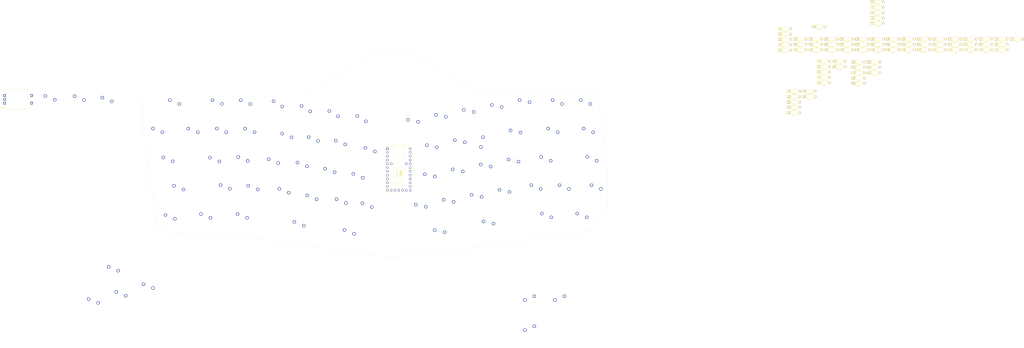
<source format=kicad_pcb>
(kicad_pcb (version 20171130) (host pcbnew "(5.1.5)-3")
  (layers (0 F.Cu signal) (31 B.Cu signal) (34 B.Paste user) (35 F.Paste user) (36 B.SilkS user) (37 F.SilkS user) (38 B.Mask user) (39 F.Mask user) (44 Edge.Cuts user))
  (net 0 "")
  (net 1 "Net-(D_1-Pad2)")
  (net 2 R1)
  (net 3 "Net-(D_2-Pad2)")
  (net 4 R2)
  (net 5 "Net-(D_3-Pad2)")
  (net 6 R3)
  (net 7 "Net-(D_4-Pad2)")
  (net 8 R4)
  (net 9 "Net-(D_5-Pad2)")
  (net 10 R5)
  (net 11 "Net-(D_6-Pad2)")
  (net 12 "Net-(D_7-Pad2)")
  (net 13 "Net-(D_8-Pad2)")
  (net 14 "Net-(D_9-Pad2)")
  (net 15 "Net-(D_10-Pad2)")
  (net 16 "Net-(D_11-Pad2)")
  (net 17 "Net-(D_12-Pad2)")
  (net 18 "Net-(D_13-Pad2)")
  (net 19 "Net-(D_14-Pad2)")
  (net 20 "Net-(D_15-Pad2)")
  (net 21 "Net-(D_16-Pad2)")
  (net 22 "Net-(D_17-Pad2)")
  (net 23 "Net-(D_18-Pad2)")
  (net 24 "Net-(D_19-Pad2)")
  (net 25 "Net-(D_20-Pad2)")
  (net 26 "Net-(D_21-Pad2)")
  (net 27 "Net-(D_22-Pad2)")
  (net 28 "Net-(D_23-Pad2)")
  (net 29 "Net-(D_24-Pad2)")
  (net 30 "Net-(D_25-Pad2)")
  (net 31 "Net-(D_26-Pad2)")
  (net 32 "Net-(D_27-Pad2)")
  (net 33 "Net-(D_28-Pad2)")
  (net 34 "Net-(D_29-Pad2)")
  (net 35 "Net-(D_30-Pad2)")
  (net 36 "Net-(D_31-Pad2)")
  (net 37 "Net-(D_32-Pad2)")
  (net 38 "Net-(D_33-Pad2)")
  (net 39 "Net-(D_34-Pad2)")
  (net 40 "Net-(D_35-Pad2)")
  (net 41 "Net-(D_36-Pad2)")
  (net 42 "Net-(D_37-Pad2)")
  (net 43 "Net-(D_38-Pad2)")
  (net 44 "Net-(D_39-Pad2)")
  (net 45 "Net-(D_40-Pad2)")
  (net 46 "Net-(D_41-Pad2)")
  (net 47 "Net-(D_42-Pad2)")
  (net 48 "Net-(D_43-Pad2)")
  (net 49 "Net-(D_44-Pad2)")
  (net 50 "Net-(D_45-Pad2)")
  (net 51 "Net-(D_46-Pad2)")
  (net 52 "Net-(D_47-Pad2)")
  (net 53 "Net-(D_48-Pad2)")
  (net 54 "Net-(D_49-Pad2)")
  (net 55 "Net-(D_50-Pad2)")
  (net 56 "Net-(D_51-Pad2)")
  (net 57 "Net-(D_52-Pad2)")
  (net 58 "Net-(D_53-Pad2)")
  (net 59 "Net-(D_54-Pad2)")
  (net 60 "Net-(D_55-Pad2)")
  (net 61 "Net-(D_56-Pad2)")
  (net 62 "Net-(D_57-Pad2)")
  (net 63 "Net-(D_58-Pad2)")
  (net 64 "Net-(D_59-Pad2)")
  (net 65 "Net-(D_60-Pad2)")
  (net 66 "Net-(D_61-Pad2)")
  (net 67 "Net-(D_62-Pad2)")
  (net 68 "Net-(D_63-Pad2)")
  (net 69 "Net-(D_64-Pad2)")
  (net 70 "Net-(D_65-Pad2)")
  (net 71 "Net-(D_66-Pad2)")
  (net 72 "Net-(D_67-Pad2)")
  (net 73 "Net-(D_68-Pad2)")
  (net 74 "Net-(D_69-Pad2)")
  (net 75 "Net-(D_70-Pad2)")
  (net 76 "Net-(D_71-Pad2)")
  (net 77 "Net-(D_72-Pad2)")
  (net 78 "Net-(D_73-Pad2)")
  (net 79 "Net-(D_74-Pad2)")
  (net 80 "Net-(D_75-Pad2)")
  (net 81 "Net-(D_152-Pad2)")
  (net 82 "Net-(D_152-Pad1)")
  (net 83 C01)
  (net 84 C02)
  (net 85 C03)
  (net 86 C04)
  (net 87 C05)
  (net 88 C06)
  (net 89 C07)
  (net 90 C08)
  (net 91 C09)
  (net 92 C10)
  (net 93 C11)
  (net 94 C12)
  (net 95 C13)
  (net 96 C14)
  (net 97 C15)
  (net 98 "Net-(SW2-PadS2)")
  (net 99 GND)
  (net 100 B)
  (net 101 A)
  (net 102 "Net-(U2-Pad31)")
  (net 103 "Net-(U2-Pad29)")
  (net 104 CAPS)
  (net 105 RST)
  (net 106 "Net-(U2-Pad14)")
  (net 107 D1)
  (net 108 D0)
  (module MX_Only:MXOnly-1U-NoLED (layer B.Cu) (at 156.36 122.51 180)
    (fp_text reference MX_57)
    (fp_text value MX-LED)
    (pad 2 thru_hole circle (at 2.54 5.08 180) (size 2.25 2.25) (drill 1.47) (layers *.Cu F.Mask) (net 40 "Net-(D_35-Pad2)"))
    (pad "" np_thru_hole circle (at 0 0 180) (size 3.9878 3.9878) (drill 3.9878) (layers *.Cu *.Mask))
    (pad 1 thru_hole circle (at -3.81 2.54 180) (size 2.25 2.25) (drill 1.47) (layers *.Cu F.Mask) (net 89 C07))
    (pad "" np_thru_hole circle (at -5.08 0 131.9004) (size 1.75 1.75) (drill 1.75) (layers *.Cu *.Mask))
    (pad "" np_thru_hole circle (at 5.08 0 131.9004) (size 1.75 1.75) (drill 1.75) (layers *.Cu *.Mask))
  )
  (module MX_Only:MXOnly-1U-NoLED (layer F.Cu) (at 299.11 167.04)
    (fp_text reference MX_54)
    (fp_text value MX-LED)
    (pad 2 thru_hole circle (at 2.54 -5.08) (size 2.25 2.25) (drill 1.47) (layers *.Cu B.Mask) (net 25 "Net-(D_20-Pad2)"))
    (pad "" np_thru_hole circle (at 0 0) (size 3.9878 3.9878) (drill 3.9878) (layers *.Cu *.Mask))
    (pad 1 thru_hole circle (at -3.81 -2.54) (size 2.25 2.25) (drill 1.47) (layers *.Cu B.Mask) (net 86 C04))
    (pad "" np_thru_hole circle (at -5.08 0 48.0996) (size 1.75 1.75) (drill 1.75) (layers *.Cu *.Mask))
    (pad "" np_thru_hole circle (at 5.08 0 48.0996) (size 1.75 1.75) (drill 1.75) (layers *.Cu *.Mask))
  )
  (module MX_Only:MXOnly-1U-NoLED (layer F.Cu) (at 278.91 187.24)
    (fp_text reference MX_53)
    (fp_text value MX-LED)
    (pad 2 thru_hole circle (at 2.54 -5.08) (size 2.25 2.25) (drill 1.47) (layers *.Cu B.Mask) (net 20 "Net-(D_15-Pad2)"))
    (pad "" np_thru_hole circle (at 0 0) (size 3.9878 3.9878) (drill 3.9878) (layers *.Cu *.Mask))
    (pad 1 thru_hole circle (at -3.81 -2.54) (size 2.25 2.25) (drill 1.47) (layers *.Cu B.Mask) (net 85 C03))
    (pad "" np_thru_hole circle (at -5.08 0 48.0996) (size 1.75 1.75) (drill 1.75) (layers *.Cu *.Mask))
    (pad "" np_thru_hole circle (at 5.08 0 48.0996) (size 1.75 1.75) (drill 1.75) (layers *.Cu *.Mask))
  )
  (module MX_Only:MXOnly-1U-NoLED (layer F.Cu) (at 278.91 167.04)
    (fp_text reference MX_37)
    (fp_text value MX-LED)
    (pad 2 thru_hole circle (at 2.54 -5.08) (size 2.25 2.25) (drill 1.47) (layers *.Cu B.Mask) (net 38 "Net-(D_33-Pad2)"))
    (pad "" np_thru_hole circle (at 0 0) (size 3.9878 3.9878) (drill 3.9878) (layers *.Cu *.Mask))
    (pad 1 thru_hole circle (at -3.81 -2.54) (size 2.25 2.25) (drill 1.47) (layers *.Cu B.Mask) (net 89 C07))
    (pad "" np_thru_hole circle (at -5.08 0 48.0996) (size 1.75 1.75) (drill 1.75) (layers *.Cu *.Mask))
    (pad "" np_thru_hole circle (at 5.08 0 48.0996) (size 1.75 1.75) (drill 1.75) (layers *.Cu *.Mask))
  )
  (module teensy:Teensy2.0 (layer F.Cu) (at 190.29 76.7 270)
    (fp_text reference U2 (at 0 -10.16 90) (layer F.SilkS))
    (fp_text value "Teensy2.0_(Arduino)")
    (fp_text user MEGA32U4 (at 2.54 1.143 90) (layer F.SilkS) (effects (font (size 0.7 0.7))))
    (pad 31 thru_hole circle (at -3.81 -5.08 270) (size 1.6 1.6) (drill 1.1) (layers *.Cu *.Mask) (net 102 "Net-(U2-Pad31)"))
    (pad 30 thru_hole circle (at -3.81 5.08 270) (size 1.6 1.6) (drill 1.1) (layers *.Cu *.Mask) (net 95 C13))
    (pad 29 thru_hole circle (at -13.97 -7.62 270) (size 1.6 1.6) (drill 1.1) (layers *.Cu *.Mask) (net 103 "Net-(U2-Pad29)"))
    (pad 28 thru_hole circle (at -11.43 -7.62 270) (size 1.6 1.6) (drill 1.1) (layers *.Cu *.Mask) (net 84 C02))
    (pad 27 thru_hole circle (at -8.89 -7.62 270) (size 1.6 1.6) (drill 1.1) (layers *.Cu *.Mask) (net 83 C01))
    (pad 26 thru_hole circle (at -6.35 -7.62 270) (size 1.6 1.6) (drill 1.1) (layers *.Cu *.Mask) (net 104 CAPS))
    (pad 25 thru_hole circle (at -3.81 -7.62 270) (size 1.6 1.6) (drill 1.1) (layers *.Cu *.Mask) (net 4 R2))
    (pad 24 thru_hole circle (at -1.27 -7.62 270) (size 1.6 1.6) (drill 1.1) (layers *.Cu *.Mask) (net 101 A))
    (pad 23 thru_hole circle (at 1.27 -7.62 270) (size 1.6 1.6) (drill 1.1) (layers *.Cu *.Mask) (net 100 B))
    (pad 22 thru_hole circle (at 3.81 -7.62 270) (size 1.6 1.6) (drill 1.1) (layers *.Cu *.Mask) (net 10 R5))
    (pad 21 thru_hole circle (at 6.35 -7.62 270) (size 1.6 1.6) (drill 1.1) (layers *.Cu *.Mask) (net 89 C07))
    (pad 20 thru_hole circle (at 8.89 -7.62 270) (size 1.6 1.6) (drill 1.1) (layers *.Cu *.Mask) (net 8 R4))
    (pad 19 thru_hole circle (at 11.43 -7.62 270) (size 1.6 1.6) (drill 1.1) (layers *.Cu *.Mask) (net 6 R3))
    (pad 18 thru_hole circle (at 13.97 -7.62 270) (size 1.6 1.6) (drill 1.1) (layers *.Cu *.Mask) (net 97 C15))
    (pad 17 thru_hole circle (at 13.97 -5.08 270) (size 1.6 1.6) (drill 1.1) (layers *.Cu *.Mask) (net 96 C14))
    (pad 16 thru_hole circle (at 13.97 -2.54 270) (size 1.6 1.6) (drill 1.1) (layers *.Cu *.Mask) (net 105 RST))
    (pad 14 thru_hole circle (at 13.97 2.54 270) (size 1.6 1.6) (drill 1.1) (layers *.Cu *.Mask) (net 106 "Net-(U2-Pad14)"))
    (pad 13 thru_hole circle (at 13.97 5.08 270) (size 1.6 1.6) (drill 1.1) (layers *.Cu *.Mask) (net 2 R1))
    (pad 12 thru_hole circle (at 13.97 7.62 270) (size 1.6 1.6) (drill 1.1) (layers *.Cu *.Mask) (net 85 C03))
    (pad 11 thru_hole circle (at 11.43 7.62 270) (size 1.6 1.6) (drill 1.1) (layers *.Cu *.Mask) (net 86 C04))
    (pad 10 thru_hole circle (at 8.89 7.62 270) (size 1.6 1.6) (drill 1.1) (layers *.Cu *.Mask) (net 87 C05))
    (pad 9 thru_hole circle (at 6.35 7.62 270) (size 1.6 1.6) (drill 1.1) (layers *.Cu *.Mask) (net 88 C06))
    (pad 8 thru_hole circle (at 3.81 7.62 270) (size 1.6 1.6) (drill 1.1) (layers *.Cu *.Mask) (net 107 D1))
    (pad 7 thru_hole circle (at 1.27 7.62 270) (size 1.6 1.6) (drill 1.1) (layers *.Cu *.Mask) (net 108 D0))
    (pad 6 thru_hole circle (at -1.27 7.62 270) (size 1.6 1.6) (drill 1.1) (layers *.Cu *.Mask) (net 90 C08))
    (pad 5 thru_hole circle (at -3.81 7.62 270) (size 1.6 1.6) (drill 1.1) (layers *.Cu *.Mask) (net 91 C09))
    (pad 4 thru_hole circle (at -6.35 7.62 270) (size 1.6 1.6) (drill 1.1) (layers *.Cu *.Mask) (net 92 C10))
    (pad 3 thru_hole circle (at -8.89 7.62 270) (size 1.6 1.6) (drill 1.1) (layers *.Cu *.Mask) (net 94 C12))
    (pad 2 thru_hole circle (at -11.43 7.62 270) (size 1.6 1.6) (drill 1.1) (layers *.Cu *.Mask) (net 93 C11))
    (pad 1 thru_hole rect (at -13.97 7.62 270) (size 1.6 1.6) (drill 1.1) (layers *.Cu *.Mask) (net 99 GND))
    (pad 15 thru_hole circle (at 13.97 0 270) (size 1.6 1.6) (drill 1.1) (layers *.Cu *.Mask) (net 99 GND))
  )
  (module Pikatea:Encoder-BI_EN11_HSM0E (layer F.Cu) (at -65.67 29.52)
    (fp_text reference SW2 (at -10.5 5.9) (layer F.SilkS))
    (fp_text value Rotary_Encoder_Switch)
    (pad S1 thru_hole rect (at 9.05 -2.54) (size 1.7 1.7) (drill 1) (layers *.Cu *.Mask) (net 81 "Net-(D_152-Pad2)"))
    (pad S2 thru_hole rect (at 9.05 2.54) (size 1.7 1.7) (drill 1) (layers *.Cu *.Mask) (net 98 "Net-(SW2-PadS2)"))
    (pad C thru_hole rect (at -9.05 0) (size 1.7 1.7) (drill 1) (layers *.Cu *.Mask) (net 99 GND))
    (pad B thru_hole rect (at -9.05 -2.54) (size 1.7 1.7) (drill 1) (layers *.Cu *.Mask) (net 100 B))
    (pad A thru_hole rect (at -9.05 2.54) (size 1.7 1.7) (drill 1) (layers *.Cu *.Mask) (net 101 A))
  )
  (module MX_Only:MXOnly-1U-NoLED (layer B.Cu) (at -15.65 168.92 180)
    (fp_text reference MX_515)
    (fp_text value MX-LED)
    (pad 2 thru_hole circle (at 2.54 5.08 180) (size 2.25 2.25) (drill 1.47) (layers *.Cu F.Mask) (net 80 "Net-(D_75-Pad2)"))
    (pad "" np_thru_hole circle (at 0 0 180) (size 3.9878 3.9878) (drill 3.9878) (layers *.Cu *.Mask))
    (pad 1 thru_hole circle (at -3.81 2.54 180) (size 2.25 2.25) (drill 1.47) (layers *.Cu F.Mask) (net 97 C15))
    (pad "" np_thru_hole circle (at -5.08 0 131.9004) (size 1.75 1.75) (drill 1.75) (layers *.Cu *.Mask))
    (pad "" np_thru_hole circle (at 5.08 0 131.9004) (size 1.75 1.75) (drill 1.75) (layers *.Cu *.Mask))
  )
  (module MX_Only:MXOnly-1U-NoLED (layer B.Cu) (at 2.91 164.12 180)
    (fp_text reference MX_514)
    (fp_text value MX-LED)
    (pad 2 thru_hole circle (at 2.54 5.08 180) (size 2.25 2.25) (drill 1.47) (layers *.Cu F.Mask) (net 75 "Net-(D_70-Pad2)"))
    (pad "" np_thru_hole circle (at 0 0 180) (size 3.9878 3.9878) (drill 3.9878) (layers *.Cu *.Mask))
    (pad 1 thru_hole circle (at -3.81 2.54 180) (size 2.25 2.25) (drill 1.47) (layers *.Cu F.Mask) (net 96 C14))
    (pad "" np_thru_hole circle (at -5.08 0 131.9004) (size 1.75 1.75) (drill 1.75) (layers *.Cu *.Mask))
    (pad "" np_thru_hole circle (at 5.08 0 131.9004) (size 1.75 1.75) (drill 1.75) (layers *.Cu *.Mask))
  )
  (module MX_Only:MXOnly-1U-NoLED (layer B.Cu) (at 21.24 158.96 180)
    (fp_text reference MX_513)
    (fp_text value MX-LED)
    (pad 2 thru_hole circle (at 2.54 5.08 180) (size 2.25 2.25) (drill 1.47) (layers *.Cu F.Mask) (net 70 "Net-(D_65-Pad2)"))
    (pad "" np_thru_hole circle (at 0 0 180) (size 3.9878 3.9878) (drill 3.9878) (layers *.Cu *.Mask))
    (pad 1 thru_hole circle (at -3.81 2.54 180) (size 2.25 2.25) (drill 1.47) (layers *.Cu F.Mask) (net 95 C13))
    (pad "" np_thru_hole circle (at -5.08 0 131.9004) (size 1.75 1.75) (drill 1.75) (layers *.Cu *.Mask))
    (pad "" np_thru_hole circle (at 5.08 0 131.9004) (size 1.75 1.75) (drill 1.75) (layers *.Cu *.Mask))
  )
  (module MX_Only:MXOnly-1U-NoLED (layer B.Cu) (at -2.23 147.27 180)
    (fp_text reference MX_512)
    (fp_text value MX-LED)
    (pad 2 thru_hole circle (at 2.54 5.08 180) (size 2.25 2.25) (drill 1.47) (layers *.Cu F.Mask) (net 65 "Net-(D_60-Pad2)"))
    (pad "" np_thru_hole circle (at 0 0 180) (size 3.9878 3.9878) (drill 3.9878) (layers *.Cu *.Mask))
    (pad 1 thru_hole circle (at -3.81 2.54 180) (size 2.25 2.25) (drill 1.47) (layers *.Cu F.Mask) (net 94 C12))
    (pad "" np_thru_hole circle (at -5.08 0 131.9004) (size 1.75 1.75) (drill 1.75) (layers *.Cu *.Mask))
    (pad "" np_thru_hole circle (at 5.08 0 131.9004) (size 1.75 1.75) (drill 1.75) (layers *.Cu *.Mask))
  )
  (module MX_Only:MXOnly-1U-NoLED (layer B.Cu) (at 35.96 112.4 180)
    (fp_text reference MX_511)
    (fp_text value MX-LED)
    (pad 2 thru_hole circle (at 2.54 5.08 180) (size 2.25 2.25) (drill 1.47) (layers *.Cu F.Mask) (net 60 "Net-(D_55-Pad2)"))
    (pad "" np_thru_hole circle (at 0 0 180) (size 3.9878 3.9878) (drill 3.9878) (layers *.Cu *.Mask))
    (pad 1 thru_hole circle (at -3.81 2.54 180) (size 2.25 2.25) (drill 1.47) (layers *.Cu F.Mask) (net 93 C11))
    (pad "" np_thru_hole circle (at -5.08 0 131.9004) (size 1.75 1.75) (drill 1.75) (layers *.Cu *.Mask))
    (pad "" np_thru_hole circle (at 5.08 0 131.9004) (size 1.75 1.75) (drill 1.75) (layers *.Cu *.Mask))
  )
  (module MX_Only:MXOnly-1U-NoLED (layer B.Cu) (at 59.88 111.74 180)
    (fp_text reference MX_510)
    (fp_text value MX-LED)
    (pad 2 thru_hole circle (at 2.54 5.08 180) (size 2.25 2.25) (drill 1.47) (layers *.Cu F.Mask) (net 55 "Net-(D_50-Pad2)"))
    (pad "" np_thru_hole circle (at 0 0 180) (size 3.9878 3.9878) (drill 3.9878) (layers *.Cu *.Mask))
    (pad 1 thru_hole circle (at -3.81 2.54 180) (size 2.25 2.25) (drill 1.47) (layers *.Cu F.Mask) (net 92 C10))
    (pad "" np_thru_hole circle (at -5.08 0 131.9004) (size 1.75 1.75) (drill 1.75) (layers *.Cu *.Mask))
    (pad "" np_thru_hole circle (at 5.08 0 131.9004) (size 1.75 1.75) (drill 1.75) (layers *.Cu *.Mask))
  )
  (module MX_Only:MXOnly-1U-NoLED (layer B.Cu) (at 41.75 92.7 180)
    (fp_text reference MX_414)
    (fp_text value MX-LED)
    (pad 2 thru_hole circle (at 2.54 5.08 180) (size 2.25 2.25) (drill 1.47) (layers *.Cu F.Mask) (net 74 "Net-(D_69-Pad2)"))
    (pad "" np_thru_hole circle (at 0 0 180) (size 3.9878 3.9878) (drill 3.9878) (layers *.Cu *.Mask))
    (pad 1 thru_hole circle (at -3.81 2.54 180) (size 2.25 2.25) (drill 1.47) (layers *.Cu F.Mask) (net 96 C14))
    (pad "" np_thru_hole circle (at -5.08 0 131.9004) (size 1.75 1.75) (drill 1.75) (layers *.Cu *.Mask))
    (pad "" np_thru_hole circle (at 5.08 0 131.9004) (size 1.75 1.75) (drill 1.75) (layers *.Cu *.Mask))
  )
  (module MX_Only:MXOnly-1U-NoLED (layer B.Cu) (at 72.96 92.23 180)
    (fp_text reference MX_413)
    (fp_text value MX-LED)
    (pad 2 thru_hole circle (at 2.54 5.08 180) (size 2.25 2.25) (drill 1.47) (layers *.Cu F.Mask) (net 69 "Net-(D_64-Pad2)"))
    (pad "" np_thru_hole circle (at 0 0 180) (size 3.9878 3.9878) (drill 3.9878) (layers *.Cu *.Mask))
    (pad 1 thru_hole circle (at -3.81 2.54 180) (size 2.25 2.25) (drill 1.47) (layers *.Cu F.Mask) (net 95 C13))
    (pad "" np_thru_hole circle (at -5.08 0 131.9004) (size 1.75 1.75) (drill 1.75) (layers *.Cu *.Mask))
    (pad "" np_thru_hole circle (at 5.08 0 131.9004) (size 1.75 1.75) (drill 1.75) (layers *.Cu *.Mask))
  )
  (module MX_Only:MXOnly-1U-NoLED (layer B.Cu) (at 91.63 92.7 180)
    (fp_text reference MX_412)
    (fp_text value MX-LED)
    (pad 2 thru_hole circle (at 2.54 5.08 180) (size 2.25 2.25) (drill 1.47) (layers *.Cu F.Mask) (net 64 "Net-(D_59-Pad2)"))
    (pad "" np_thru_hole circle (at 0 0 180) (size 3.9878 3.9878) (drill 3.9878) (layers *.Cu *.Mask))
    (pad 1 thru_hole circle (at -3.81 2.54 180) (size 2.25 2.25) (drill 1.47) (layers *.Cu F.Mask) (net 94 C12))
    (pad "" np_thru_hole circle (at -5.08 0 131.9004) (size 1.75 1.75) (drill 1.75) (layers *.Cu *.Mask))
    (pad "" np_thru_hole circle (at 5.08 0 131.9004) (size 1.75 1.75) (drill 1.75) (layers *.Cu *.Mask))
  )
  (module MX_Only:MXOnly-1U-NoLED (layer B.Cu) (at 112.5 94.83 180)
    (fp_text reference MX_411)
    (fp_text value MX-LED)
    (pad 2 thru_hole circle (at 2.54 5.08 180) (size 2.25 2.25) (drill 1.47) (layers *.Cu F.Mask) (net 59 "Net-(D_54-Pad2)"))
    (pad "" np_thru_hole circle (at 0 0 180) (size 3.9878 3.9878) (drill 3.9878) (layers *.Cu *.Mask))
    (pad 1 thru_hole circle (at -3.81 2.54 180) (size 2.25 2.25) (drill 1.47) (layers *.Cu F.Mask) (net 93 C11))
    (pad "" np_thru_hole circle (at -5.08 0 131.9004) (size 1.75 1.75) (drill 1.75) (layers *.Cu *.Mask))
    (pad "" np_thru_hole circle (at 5.08 0 131.9004) (size 1.75 1.75) (drill 1.75) (layers *.Cu *.Mask))
  )
  (module MX_Only:MXOnly-1U-NoLED (layer B.Cu) (at 131.22 99.26 180)
    (fp_text reference MX_410)
    (fp_text value MX-LED)
    (pad 2 thru_hole circle (at 2.54 5.08 180) (size 2.25 2.25) (drill 1.47) (layers *.Cu F.Mask) (net 54 "Net-(D_49-Pad2)"))
    (pad "" np_thru_hole circle (at 0 0 180) (size 3.9878 3.9878) (drill 3.9878) (layers *.Cu *.Mask))
    (pad 1 thru_hole circle (at -3.81 2.54 180) (size 2.25 2.25) (drill 1.47) (layers *.Cu F.Mask) (net 92 C10))
    (pad "" np_thru_hole circle (at -5.08 0 131.9004) (size 1.75 1.75) (drill 1.75) (layers *.Cu *.Mask))
    (pad "" np_thru_hole circle (at 5.08 0 131.9004) (size 1.75 1.75) (drill 1.75) (layers *.Cu *.Mask))
  )
  (module MX_Only:MXOnly-1U-NoLED (layer B.Cu) (at -44.8 32.35 180)
    (fp_text reference MX_315)
    (fp_text value MX-LED)
    (pad 2 thru_hole circle (at 2.54 5.08 180) (size 2.25 2.25) (drill 1.47) (layers *.Cu F.Mask) (net 78 "Net-(D_73-Pad2)"))
    (pad "" np_thru_hole circle (at 0 0 180) (size 3.9878 3.9878) (drill 3.9878) (layers *.Cu *.Mask))
    (pad 1 thru_hole circle (at -3.81 2.54 180) (size 2.25 2.25) (drill 1.47) (layers *.Cu F.Mask) (net 97 C15))
    (pad "" np_thru_hole circle (at -5.08 0 131.9004) (size 1.75 1.75) (drill 1.75) (layers *.Cu *.Mask))
    (pad "" np_thru_hole circle (at 5.08 0 131.9004) (size 1.75 1.75) (drill 1.75) (layers *.Cu *.Mask))
  )
  (module MX_Only:MXOnly-1U-NoLED (layer B.Cu) (at 34.5 73.77 180)
    (fp_text reference MX_314)
    (fp_text value MX-LED)
    (pad 2 thru_hole circle (at 2.54 5.08 180) (size 2.25 2.25) (drill 1.47) (layers *.Cu F.Mask) (net 73 "Net-(D_68-Pad2)"))
    (pad "" np_thru_hole circle (at 0 0 180) (size 3.9878 3.9878) (drill 3.9878) (layers *.Cu *.Mask))
    (pad 1 thru_hole circle (at -3.81 2.54 180) (size 2.25 2.25) (drill 1.47) (layers *.Cu F.Mask) (net 96 C14))
    (pad "" np_thru_hole circle (at -5.08 0 131.9004) (size 1.75 1.75) (drill 1.75) (layers *.Cu *.Mask))
    (pad "" np_thru_hole circle (at 5.08 0 131.9004) (size 1.75 1.75) (drill 1.75) (layers *.Cu *.Mask))
  )
  (module MX_Only:MXOnly-1U-NoLED (layer B.Cu) (at 65.91 73.84 180)
    (fp_text reference MX_313)
    (fp_text value MX-LED)
    (pad 2 thru_hole circle (at 2.54 5.08 180) (size 2.25 2.25) (drill 1.47) (layers *.Cu F.Mask) (net 68 "Net-(D_63-Pad2)"))
    (pad "" np_thru_hole circle (at 0 0 180) (size 3.9878 3.9878) (drill 3.9878) (layers *.Cu *.Mask))
    (pad 1 thru_hole circle (at -3.81 2.54 180) (size 2.25 2.25) (drill 1.47) (layers *.Cu F.Mask) (net 95 C13))
    (pad "" np_thru_hole circle (at -5.08 0 131.9004) (size 1.75 1.75) (drill 1.75) (layers *.Cu *.Mask))
    (pad "" np_thru_hole circle (at 5.08 0 131.9004) (size 1.75 1.75) (drill 1.75) (layers *.Cu *.Mask))
  )
  (module MX_Only:MXOnly-1U-NoLED (layer B.Cu) (at 84.87 73.43 180)
    (fp_text reference MX_312)
    (fp_text value MX-LED)
    (pad 2 thru_hole circle (at 2.54 5.08 180) (size 2.25 2.25) (drill 1.47) (layers *.Cu F.Mask) (net 63 "Net-(D_58-Pad2)"))
    (pad "" np_thru_hole circle (at 0 0 180) (size 3.9878 3.9878) (drill 3.9878) (layers *.Cu *.Mask))
    (pad 1 thru_hole circle (at -3.81 2.54 180) (size 2.25 2.25) (drill 1.47) (layers *.Cu F.Mask) (net 94 C12))
    (pad "" np_thru_hole circle (at -5.08 0 131.9004) (size 1.75 1.75) (drill 1.75) (layers *.Cu *.Mask))
    (pad "" np_thru_hole circle (at 5.08 0 131.9004) (size 1.75 1.75) (drill 1.75) (layers *.Cu *.Mask))
  )
  (module MX_Only:MXOnly-1U-NoLED (layer B.Cu) (at 105.36 74.93 180)
    (fp_text reference MX_311)
    (fp_text value MX-LED)
    (pad 2 thru_hole circle (at 2.54 5.08 180) (size 2.25 2.25) (drill 1.47) (layers *.Cu F.Mask) (net 58 "Net-(D_53-Pad2)"))
    (pad "" np_thru_hole circle (at 0 0 180) (size 3.9878 3.9878) (drill 3.9878) (layers *.Cu *.Mask))
    (pad 1 thru_hole circle (at -3.81 2.54 180) (size 2.25 2.25) (drill 1.47) (layers *.Cu F.Mask) (net 93 C11))
    (pad "" np_thru_hole circle (at -5.08 0 131.9004) (size 1.75 1.75) (drill 1.75) (layers *.Cu *.Mask))
    (pad "" np_thru_hole circle (at 5.08 0 131.9004) (size 1.75 1.75) (drill 1.75) (layers *.Cu *.Mask))
  )
  (module MX_Only:MXOnly-1U-NoLED (layer B.Cu) (at 124.75 77.11 180)
    (fp_text reference MX_310)
    (fp_text value MX-LED)
    (pad 2 thru_hole circle (at 2.54 5.08 180) (size 2.25 2.25) (drill 1.47) (layers *.Cu F.Mask) (net 53 "Net-(D_48-Pad2)"))
    (pad "" np_thru_hole circle (at 0 0 180) (size 3.9878 3.9878) (drill 3.9878) (layers *.Cu *.Mask))
    (pad 1 thru_hole circle (at -3.81 2.54 180) (size 2.25 2.25) (drill 1.47) (layers *.Cu F.Mask) (net 92 C10))
    (pad "" np_thru_hole circle (at -5.08 0 131.9004) (size 1.75 1.75) (drill 1.75) (layers *.Cu *.Mask))
    (pad "" np_thru_hole circle (at 5.08 0 131.9004) (size 1.75 1.75) (drill 1.75) (layers *.Cu *.Mask))
  )
  (module MX_Only:MXOnly-1U-NoLED (layer B.Cu) (at -25.11 32.57 180)
    (fp_text reference MX_215)
    (fp_text value MX-LED)
    (pad 2 thru_hole circle (at 2.54 5.08 180) (size 2.25 2.25) (drill 1.47) (layers *.Cu F.Mask) (net 77 "Net-(D_72-Pad2)"))
    (pad "" np_thru_hole circle (at 0 0 180) (size 3.9878 3.9878) (drill 3.9878) (layers *.Cu *.Mask))
    (pad 1 thru_hole circle (at -3.81 2.54 180) (size 2.25 2.25) (drill 1.47) (layers *.Cu F.Mask) (net 97 C15))
    (pad "" np_thru_hole circle (at -5.08 0 131.9004) (size 1.75 1.75) (drill 1.75) (layers *.Cu *.Mask))
    (pad "" np_thru_hole circle (at 5.08 0 131.9004) (size 1.75 1.75) (drill 1.75) (layers *.Cu *.Mask))
  )
  (module MX_Only:MXOnly-1U-NoLED (layer B.Cu) (at 27.56 54.26 180)
    (fp_text reference MX_214)
    (fp_text value MX-LED)
    (pad 2 thru_hole circle (at 2.54 5.08 180) (size 2.25 2.25) (drill 1.47) (layers *.Cu F.Mask) (net 72 "Net-(D_67-Pad2)"))
    (pad "" np_thru_hole circle (at 0 0 180) (size 3.9878 3.9878) (drill 3.9878) (layers *.Cu *.Mask))
    (pad 1 thru_hole circle (at -3.81 2.54 180) (size 2.25 2.25) (drill 1.47) (layers *.Cu F.Mask) (net 96 C14))
    (pad "" np_thru_hole circle (at -5.08 0 131.9004) (size 1.75 1.75) (drill 1.75) (layers *.Cu *.Mask))
    (pad "" np_thru_hole circle (at 5.08 0 131.9004) (size 1.75 1.75) (drill 1.75) (layers *.Cu *.Mask))
  )
  (module MX_Only:MXOnly-1U-NoLED (layer B.Cu) (at 51.35 54.28 180)
    (fp_text reference MX_213)
    (fp_text value MX-LED)
    (pad 2 thru_hole circle (at 2.54 5.08 180) (size 2.25 2.25) (drill 1.47) (layers *.Cu F.Mask) (net 67 "Net-(D_62-Pad2)"))
    (pad "" np_thru_hole circle (at 0 0 180) (size 3.9878 3.9878) (drill 3.9878) (layers *.Cu *.Mask))
    (pad 1 thru_hole circle (at -3.81 2.54 180) (size 2.25 2.25) (drill 1.47) (layers *.Cu F.Mask) (net 95 C13))
    (pad "" np_thru_hole circle (at -5.08 0 131.9004) (size 1.75 1.75) (drill 1.75) (layers *.Cu *.Mask))
    (pad "" np_thru_hole circle (at 5.08 0 131.9004) (size 1.75 1.75) (drill 1.75) (layers *.Cu *.Mask))
  )
  (module MX_Only:MXOnly-1U-NoLED (layer B.Cu) (at 70.46 54.26 180)
    (fp_text reference MX_212)
    (fp_text value MX-LED)
    (pad 2 thru_hole circle (at 2.54 5.08 180) (size 2.25 2.25) (drill 1.47) (layers *.Cu F.Mask) (net 62 "Net-(D_57-Pad2)"))
    (pad "" np_thru_hole circle (at 0 0 180) (size 3.9878 3.9878) (drill 3.9878) (layers *.Cu *.Mask))
    (pad 1 thru_hole circle (at -3.81 2.54 180) (size 2.25 2.25) (drill 1.47) (layers *.Cu F.Mask) (net 94 C12))
    (pad "" np_thru_hole circle (at -5.08 0 131.9004) (size 1.75 1.75) (drill 1.75) (layers *.Cu *.Mask))
    (pad "" np_thru_hole circle (at 5.08 0 131.9004) (size 1.75 1.75) (drill 1.75) (layers *.Cu *.Mask))
  )
  (module MX_Only:MXOnly-1U-NoLED (layer B.Cu) (at 89.5 54.29 180)
    (fp_text reference MX_211)
    (fp_text value MX-LED)
    (pad 2 thru_hole circle (at 2.54 5.08 180) (size 2.25 2.25) (drill 1.47) (layers *.Cu F.Mask) (net 57 "Net-(D_52-Pad2)"))
    (pad "" np_thru_hole circle (at 0 0 180) (size 3.9878 3.9878) (drill 3.9878) (layers *.Cu *.Mask))
    (pad 1 thru_hole circle (at -3.81 2.54 180) (size 2.25 2.25) (drill 1.47) (layers *.Cu F.Mask) (net 93 C11))
    (pad "" np_thru_hole circle (at -5.08 0 131.9004) (size 1.75 1.75) (drill 1.75) (layers *.Cu *.Mask))
    (pad "" np_thru_hole circle (at 5.08 0 131.9004) (size 1.75 1.75) (drill 1.75) (layers *.Cu *.Mask))
  )
  (module MX_Only:MXOnly-1U-NoLED (layer B.Cu) (at 114.4 57.67 180)
    (fp_text reference MX_210)
    (fp_text value MX-LED)
    (pad 2 thru_hole circle (at 2.54 5.08 180) (size 2.25 2.25) (drill 1.47) (layers *.Cu F.Mask) (net 52 "Net-(D_47-Pad2)"))
    (pad "" np_thru_hole circle (at 0 0 180) (size 3.9878 3.9878) (drill 3.9878) (layers *.Cu *.Mask))
    (pad 1 thru_hole circle (at -3.81 2.54 180) (size 2.25 2.25) (drill 1.47) (layers *.Cu F.Mask) (net 92 C10))
    (pad "" np_thru_hole circle (at -5.08 0 131.9004) (size 1.75 1.75) (drill 1.75) (layers *.Cu *.Mask))
    (pad "" np_thru_hole circle (at 5.08 0 131.9004) (size 1.75 1.75) (drill 1.75) (layers *.Cu *.Mask))
  )
  (module MX_Only:MXOnly-1U-NoLED (layer B.Cu) (at -6.46 33.46 180)
    (fp_text reference MX_115)
    (fp_text value MX-LED)
    (pad 2 thru_hole circle (at 2.54 5.08 180) (size 2.25 2.25) (drill 1.47) (layers *.Cu F.Mask) (net 76 "Net-(D_71-Pad2)"))
    (pad "" np_thru_hole circle (at 0 0 180) (size 3.9878 3.9878) (drill 3.9878) (layers *.Cu *.Mask))
    (pad 1 thru_hole circle (at -3.81 2.54 180) (size 2.25 2.25) (drill 1.47) (layers *.Cu F.Mask) (net 97 C15))
    (pad "" np_thru_hole circle (at -5.08 0 131.9004) (size 1.75 1.75) (drill 1.75) (layers *.Cu *.Mask))
    (pad "" np_thru_hole circle (at 5.08 0 131.9004) (size 1.75 1.75) (drill 1.75) (layers *.Cu *.Mask))
  )
  (module MX_Only:MXOnly-1U-NoLED (layer B.Cu) (at 38.94 35.21 180)
    (fp_text reference MX_114)
    (fp_text value MX-LED)
    (pad 2 thru_hole circle (at 2.54 5.08 180) (size 2.25 2.25) (drill 1.47) (layers *.Cu F.Mask) (net 71 "Net-(D_66-Pad2)"))
    (pad "" np_thru_hole circle (at 0 0 180) (size 3.9878 3.9878) (drill 3.9878) (layers *.Cu *.Mask))
    (pad 1 thru_hole circle (at -3.81 2.54 180) (size 2.25 2.25) (drill 1.47) (layers *.Cu F.Mask) (net 96 C14))
    (pad "" np_thru_hole circle (at -5.08 0 131.9004) (size 1.75 1.75) (drill 1.75) (layers *.Cu *.Mask))
    (pad "" np_thru_hole circle (at 5.08 0 131.9004) (size 1.75 1.75) (drill 1.75) (layers *.Cu *.Mask))
  )
  (module MX_Only:MXOnly-1U-NoLED (layer B.Cu) (at 67.58 35.19 180)
    (fp_text reference MX_113)
    (fp_text value MX-LED)
    (pad 2 thru_hole circle (at 2.54 5.08 180) (size 2.25 2.25) (drill 1.47) (layers *.Cu F.Mask) (net 66 "Net-(D_61-Pad2)"))
    (pad "" np_thru_hole circle (at 0 0 180) (size 3.9878 3.9878) (drill 3.9878) (layers *.Cu *.Mask))
    (pad 1 thru_hole circle (at -3.81 2.54 180) (size 2.25 2.25) (drill 1.47) (layers *.Cu F.Mask) (net 95 C13))
    (pad "" np_thru_hole circle (at -5.08 0 131.9004) (size 1.75 1.75) (drill 1.75) (layers *.Cu *.Mask))
    (pad "" np_thru_hole circle (at 5.08 0 131.9004) (size 1.75 1.75) (drill 1.75) (layers *.Cu *.Mask))
  )
  (module MX_Only:MXOnly-1U-NoLED (layer B.Cu) (at 86.62 35.25 180)
    (fp_text reference MX_112)
    (fp_text value MX-LED)
    (pad 2 thru_hole circle (at 2.54 5.08 180) (size 2.25 2.25) (drill 1.47) (layers *.Cu F.Mask) (net 61 "Net-(D_56-Pad2)"))
    (pad "" np_thru_hole circle (at 0 0 180) (size 3.9878 3.9878) (drill 3.9878) (layers *.Cu *.Mask))
    (pad 1 thru_hole circle (at -3.81 2.54 180) (size 2.25 2.25) (drill 1.47) (layers *.Cu F.Mask) (net 94 C12))
    (pad "" np_thru_hole circle (at -5.08 0 131.9004) (size 1.75 1.75) (drill 1.75) (layers *.Cu *.Mask))
    (pad "" np_thru_hole circle (at 5.08 0 131.9004) (size 1.75 1.75) (drill 1.75) (layers *.Cu *.Mask))
  )
  (module MX_Only:MXOnly-1U-NoLED (layer B.Cu) (at 107.73 36.25 170)
    (fp_text reference MX_111)
    (fp_text value MX-LED)
    (pad 2 thru_hole circle (at 2.54 5.08 170) (size 2.25 2.25) (drill 1.47) (layers *.Cu F.Mask) (net 56 "Net-(D_51-Pad2)"))
    (pad "" np_thru_hole circle (at 0 0 170) (size 3.9878 3.9878) (drill 3.9878) (layers *.Cu *.Mask))
    (pad 1 thru_hole circle (at -3.81 2.54 170) (size 2.25 2.25) (drill 1.47) (layers *.Cu F.Mask) (net 93 C11))
    (pad "" np_thru_hole circle (at -5.08 0 121.9004) (size 1.75 1.75) (drill 1.75) (layers *.Cu *.Mask))
    (pad "" np_thru_hole circle (at 5.08 0 121.9004) (size 1.75 1.75) (drill 1.75) (layers *.Cu *.Mask))
  )
  (module MX_Only:MXOnly-1U-NoLED (layer B.Cu) (at 126.54 39.52 170)
    (fp_text reference MX_110)
    (fp_text value MX-LED)
    (pad 2 thru_hole circle (at 2.54 5.08 170) (size 2.25 2.25) (drill 1.47) (layers *.Cu F.Mask) (net 51 "Net-(D_46-Pad2)"))
    (pad "" np_thru_hole circle (at 0 0 170) (size 3.9878 3.9878) (drill 3.9878) (layers *.Cu *.Mask))
    (pad 1 thru_hole circle (at -3.81 2.54 170) (size 2.25 2.25) (drill 1.47) (layers *.Cu F.Mask) (net 92 C10))
    (pad "" np_thru_hole circle (at -5.08 0 121.9004) (size 1.75 1.75) (drill 1.75) (layers *.Cu *.Mask))
    (pad "" np_thru_hole circle (at 5.08 0 121.9004) (size 1.75 1.75) (drill 1.75) (layers *.Cu *.Mask))
  )
  (module MX_Only:MXOnly-1U-NoLED (layer B.Cu) (at 84.45 111.74 180)
    (fp_text reference MX_59)
    (fp_text value MX-LED)
    (pad 2 thru_hole circle (at 2.54 5.08 180) (size 2.25 2.25) (drill 1.47) (layers *.Cu F.Mask) (net 50 "Net-(D_45-Pad2)"))
    (pad "" np_thru_hole circle (at 0 0 180) (size 3.9878 3.9878) (drill 3.9878) (layers *.Cu *.Mask))
    (pad 1 thru_hole circle (at -3.81 2.54 180) (size 2.25 2.25) (drill 1.47) (layers *.Cu F.Mask) (net 91 C09))
    (pad "" np_thru_hole circle (at -5.08 0 131.9004) (size 1.75 1.75) (drill 1.75) (layers *.Cu *.Mask))
    (pad "" np_thru_hole circle (at 5.08 0 131.9004) (size 1.75 1.75) (drill 1.75) (layers *.Cu *.Mask))
  )
  (module MX_Only:MXOnly-1U-NoLED (layer B.Cu) (at 122.64 117.05 180)
    (fp_text reference MX_58)
    (fp_text value MX-LED)
    (pad 2 thru_hole circle (at 2.54 5.08 180) (size 2.25 2.25) (drill 1.47) (layers *.Cu F.Mask) (net 45 "Net-(D_40-Pad2)"))
    (pad "" np_thru_hole circle (at 0 0 180) (size 3.9878 3.9878) (drill 3.9878) (layers *.Cu *.Mask))
    (pad 1 thru_hole circle (at -3.81 2.54 180) (size 2.25 2.25) (drill 1.47) (layers *.Cu F.Mask) (net 90 C08))
    (pad "" np_thru_hole circle (at -5.08 0 131.9004) (size 1.75 1.75) (drill 1.75) (layers *.Cu *.Mask))
    (pad "" np_thru_hole circle (at 5.08 0 131.9004) (size 1.75 1.75) (drill 1.75) (layers *.Cu *.Mask))
  )
  (module MX_Only:MXOnly-1U-NoLED (layer B.Cu) (at 217.79 122.01 190)
    (fp_text reference MX_56)
    (fp_text value MX-LED)
    (pad 2 thru_hole circle (at 2.54 5.08 190) (size 2.25 2.25) (drill 1.47) (layers *.Cu F.Mask) (net 35 "Net-(D_30-Pad2)"))
    (pad "" np_thru_hole circle (at 0 0 190) (size 3.9878 3.9878) (drill 3.9878) (layers *.Cu *.Mask))
    (pad 1 thru_hole circle (at -3.81 2.54 190) (size 2.25 2.25) (drill 1.47) (layers *.Cu F.Mask) (net 88 C06))
    (pad "" np_thru_hole circle (at -5.08 0 141.9004) (size 1.75 1.75) (drill 1.75) (layers *.Cu *.Mask))
    (pad "" np_thru_hole circle (at 5.08 0 141.9004) (size 1.75 1.75) (drill 1.75) (layers *.Cu *.Mask))
  )
  (module MX_Only:MXOnly-1U-NoLED (layer B.Cu) (at 250.67 116.25 190)
    (fp_text reference MX_55)
    (fp_text value MX-LED)
    (pad 2 thru_hole circle (at 2.54 5.08 190) (size 2.25 2.25) (drill 1.47) (layers *.Cu F.Mask) (net 30 "Net-(D_25-Pad2)"))
    (pad "" np_thru_hole circle (at 0 0 190) (size 3.9878 3.9878) (drill 3.9878) (layers *.Cu *.Mask))
    (pad 1 thru_hole circle (at -3.81 2.54 190) (size 2.25 2.25) (drill 1.47) (layers *.Cu F.Mask) (net 87 C05))
    (pad "" np_thru_hole circle (at -5.08 0 141.9004) (size 1.75 1.75) (drill 1.75) (layers *.Cu *.Mask))
    (pad "" np_thru_hole circle (at 5.08 0 141.9004) (size 1.75 1.75) (drill 1.75) (layers *.Cu *.Mask))
  )
  (module MX_Only:MXOnly-1U-NoLED (layer B.Cu) (at 289.04 111.4 180)
    (fp_text reference MX_52)
    (fp_text value MX-LED)
    (pad 2 thru_hole circle (at 2.54 5.08 180) (size 2.25 2.25) (drill 1.47) (layers *.Cu F.Mask) (net 15 "Net-(D_10-Pad2)"))
    (pad "" np_thru_hole circle (at 0 0 180) (size 3.9878 3.9878) (drill 3.9878) (layers *.Cu *.Mask))
    (pad 1 thru_hole circle (at -3.81 2.54 180) (size 2.25 2.25) (drill 1.47) (layers *.Cu F.Mask) (net 84 C02))
    (pad "" np_thru_hole circle (at -5.08 0 131.9004) (size 1.75 1.75) (drill 1.75) (layers *.Cu *.Mask))
    (pad "" np_thru_hole circle (at 5.08 0 131.9004) (size 1.75 1.75) (drill 1.75) (layers *.Cu *.Mask))
  )
  (module MX_Only:MXOnly-1U-NoLED (layer B.Cu) (at 312.83 111.43 180)
    (fp_text reference MX_51)
    (fp_text value MX-LED)
    (pad 2 thru_hole circle (at 2.54 5.08 180) (size 2.25 2.25) (drill 1.47) (layers *.Cu F.Mask) (net 9 "Net-(D_5-Pad2)"))
    (pad "" np_thru_hole circle (at 0 0 180) (size 3.9878 3.9878) (drill 3.9878) (layers *.Cu *.Mask))
    (pad 1 thru_hole circle (at -3.81 2.54 180) (size 2.25 2.25) (drill 1.47) (layers *.Cu F.Mask) (net 83 C01))
    (pad "" np_thru_hole circle (at -5.08 0 131.9004) (size 1.75 1.75) (drill 1.75) (layers *.Cu *.Mask))
    (pad "" np_thru_hole circle (at 5.08 0 131.9004) (size 1.75 1.75) (drill 1.75) (layers *.Cu *.Mask))
  )
  (module MX_Only:MXOnly-1U-NoLED (layer B.Cu) (at 150.97 101.79 180)
    (fp_text reference MX_49)
    (fp_text value MX-LED)
    (pad 2 thru_hole circle (at 2.54 5.08 180) (size 2.25 2.25) (drill 1.47) (layers *.Cu F.Mask) (net 49 "Net-(D_44-Pad2)"))
    (pad "" np_thru_hole circle (at 0 0 180) (size 3.9878 3.9878) (drill 3.9878) (layers *.Cu *.Mask))
    (pad 1 thru_hole circle (at -3.81 2.54 180) (size 2.25 2.25) (drill 1.47) (layers *.Cu F.Mask) (net 91 C09))
    (pad "" np_thru_hole circle (at -5.08 0 131.9004) (size 1.75 1.75) (drill 1.75) (layers *.Cu *.Mask))
    (pad "" np_thru_hole circle (at 5.08 0 131.9004) (size 1.75 1.75) (drill 1.75) (layers *.Cu *.Mask))
  )
  (module MX_Only:MXOnly-1U-NoLED (layer B.Cu) (at 168.33 104.53 180)
    (fp_text reference MX_48)
    (fp_text value MX-LED)
    (pad 2 thru_hole circle (at 2.54 5.08 180) (size 2.25 2.25) (drill 1.47) (layers *.Cu F.Mask) (net 44 "Net-(D_39-Pad2)"))
    (pad "" np_thru_hole circle (at 0 0 180) (size 3.9878 3.9878) (drill 3.9878) (layers *.Cu *.Mask))
    (pad 1 thru_hole circle (at -3.81 2.54 180) (size 2.25 2.25) (drill 1.47) (layers *.Cu F.Mask) (net 90 C08))
    (pad "" np_thru_hole circle (at -5.08 0 131.9004) (size 1.75 1.75) (drill 1.75) (layers *.Cu *.Mask))
    (pad "" np_thru_hole circle (at 5.08 0 131.9004) (size 1.75 1.75) (drill 1.75) (layers *.Cu *.Mask))
  )
  (module MX_Only:MXOnly-1U-NoLED (layer B.Cu) (at 205.14 104.92 190)
    (fp_text reference MX_47)
    (fp_text value MX-LED)
    (pad 2 thru_hole circle (at 2.54 5.08 190) (size 2.25 2.25) (drill 1.47) (layers *.Cu F.Mask) (net 39 "Net-(D_34-Pad2)"))
    (pad "" np_thru_hole circle (at 0 0 190) (size 3.9878 3.9878) (drill 3.9878) (layers *.Cu *.Mask))
    (pad 1 thru_hole circle (at -3.81 2.54 190) (size 2.25 2.25) (drill 1.47) (layers *.Cu F.Mask) (net 89 C07))
    (pad "" np_thru_hole circle (at -5.08 0 141.9004) (size 1.75 1.75) (drill 1.75) (layers *.Cu *.Mask))
    (pad "" np_thru_hole circle (at 5.08 0 141.9004) (size 1.75 1.75) (drill 1.75) (layers *.Cu *.Mask))
  )
  (module MX_Only:MXOnly-1U-NoLED (layer B.Cu) (at 223.87 101.63 190)
    (fp_text reference MX_46)
    (fp_text value MX-LED)
    (pad 2 thru_hole circle (at 2.54 5.08 190) (size 2.25 2.25) (drill 1.47) (layers *.Cu F.Mask) (net 34 "Net-(D_29-Pad2)"))
    (pad "" np_thru_hole circle (at 0 0 190) (size 3.9878 3.9878) (drill 3.9878) (layers *.Cu *.Mask))
    (pad 1 thru_hole circle (at -3.81 2.54 190) (size 2.25 2.25) (drill 1.47) (layers *.Cu F.Mask) (net 88 C06))
    (pad "" np_thru_hole circle (at -5.08 0 141.9004) (size 1.75 1.75) (drill 1.75) (layers *.Cu *.Mask))
    (pad "" np_thru_hole circle (at 5.08 0 141.9004) (size 1.75 1.75) (drill 1.75) (layers *.Cu *.Mask))
  )
  (module MX_Only:MXOnly-1U-NoLED (layer B.Cu) (at 242.66 98.3 190)
    (fp_text reference MX_45)
    (fp_text value MX-LED)
    (pad 2 thru_hole circle (at 2.54 5.08 190) (size 2.25 2.25) (drill 1.47) (layers *.Cu F.Mask) (net 29 "Net-(D_24-Pad2)"))
    (pad "" np_thru_hole circle (at 0 0 190) (size 3.9878 3.9878) (drill 3.9878) (layers *.Cu *.Mask))
    (pad 1 thru_hole circle (at -3.81 2.54 190) (size 2.25 2.25) (drill 1.47) (layers *.Cu F.Mask) (net 87 C05))
    (pad "" np_thru_hole circle (at -5.08 0 141.9004) (size 1.75 1.75) (drill 1.75) (layers *.Cu *.Mask))
    (pad "" np_thru_hole circle (at 5.08 0 141.9004) (size 1.75 1.75) (drill 1.75) (layers *.Cu *.Mask))
  )
  (module MX_Only:MXOnly-1U-NoLED (layer B.Cu) (at 261.4 94.95 190)
    (fp_text reference MX_44)
    (fp_text value MX-LED)
    (pad 2 thru_hole circle (at 2.54 5.08 190) (size 2.25 2.25) (drill 1.47) (layers *.Cu F.Mask) (net 24 "Net-(D_19-Pad2)"))
    (pad "" np_thru_hole circle (at 0 0 190) (size 3.9878 3.9878) (drill 3.9878) (layers *.Cu *.Mask))
    (pad 1 thru_hole circle (at -3.81 2.54 190) (size 2.25 2.25) (drill 1.47) (layers *.Cu F.Mask) (net 86 C04))
    (pad "" np_thru_hole circle (at -5.08 0 141.9004) (size 1.75 1.75) (drill 1.75) (layers *.Cu *.Mask))
    (pad "" np_thru_hole circle (at 5.08 0 141.9004) (size 1.75 1.75) (drill 1.75) (layers *.Cu *.Mask))
  )
  (module MX_Only:MXOnly-1U-NoLED (layer B.Cu) (at 281.9 92.33 180)
    (fp_text reference MX_43)
    (fp_text value MX-LED)
    (pad 2 thru_hole circle (at 2.54 5.08 180) (size 2.25 2.25) (drill 1.47) (layers *.Cu F.Mask) (net 19 "Net-(D_14-Pad2)"))
    (pad "" np_thru_hole circle (at 0 0 180) (size 3.9878 3.9878) (drill 3.9878) (layers *.Cu *.Mask))
    (pad 1 thru_hole circle (at -3.81 2.54 180) (size 2.25 2.25) (drill 1.47) (layers *.Cu F.Mask) (net 85 C03))
    (pad "" np_thru_hole circle (at -5.08 0 131.9004) (size 1.75 1.75) (drill 1.75) (layers *.Cu *.Mask))
    (pad "" np_thru_hole circle (at 5.08 0 131.9004) (size 1.75 1.75) (drill 1.75) (layers *.Cu *.Mask))
  )
  (module MX_Only:MXOnly-1U-NoLED (layer B.Cu) (at 300.93 92.37 180)
    (fp_text reference MX_42)
    (fp_text value MX-LED)
    (pad 2 thru_hole circle (at 2.54 5.08 180) (size 2.25 2.25) (drill 1.47) (layers *.Cu F.Mask) (net 14 "Net-(D_9-Pad2)"))
    (pad "" np_thru_hole circle (at 0 0 180) (size 3.9878 3.9878) (drill 3.9878) (layers *.Cu *.Mask))
    (pad 1 thru_hole circle (at -3.81 2.54 180) (size 2.25 2.25) (drill 1.47) (layers *.Cu F.Mask) (net 84 C02))
    (pad "" np_thru_hole circle (at -5.08 0 131.9004) (size 1.75 1.75) (drill 1.75) (layers *.Cu *.Mask))
    (pad "" np_thru_hole circle (at 5.08 0 131.9004) (size 1.75 1.75) (drill 1.75) (layers *.Cu *.Mask))
  )
  (module MX_Only:MXOnly-1U-NoLED (layer B.Cu) (at 322.39 92.33 180)
    (fp_text reference MX_41)
    (fp_text value MX-LED)
    (pad 2 thru_hole circle (at 2.54 5.08 180) (size 2.25 2.25) (drill 1.47) (layers *.Cu F.Mask) (net 7 "Net-(D_4-Pad2)"))
    (pad "" np_thru_hole circle (at 0 0 180) (size 3.9878 3.9878) (drill 3.9878) (layers *.Cu *.Mask))
    (pad 1 thru_hole circle (at -3.81 2.54 180) (size 2.25 2.25) (drill 1.47) (layers *.Cu F.Mask) (net 83 C01))
    (pad "" np_thru_hole circle (at -5.08 0 131.9004) (size 1.75 1.75) (drill 1.75) (layers *.Cu *.Mask))
    (pad "" np_thru_hole circle (at 5.08 0 131.9004) (size 1.75 1.75) (drill 1.75) (layers *.Cu *.Mask))
  )
  (module MX_Only:MXOnly-1U-NoLED (layer B.Cu) (at 143.32 81.21 180)
    (fp_text reference MX_39)
    (fp_text value MX-LED)
    (pad 2 thru_hole circle (at 2.54 5.08 180) (size 2.25 2.25) (drill 1.47) (layers *.Cu F.Mask) (net 48 "Net-(D_43-Pad2)"))
    (pad "" np_thru_hole circle (at 0 0 180) (size 3.9878 3.9878) (drill 3.9878) (layers *.Cu *.Mask))
    (pad 1 thru_hole circle (at -3.81 2.54 180) (size 2.25 2.25) (drill 1.47) (layers *.Cu F.Mask) (net 91 C09))
    (pad "" np_thru_hole circle (at -5.08 0 131.9004) (size 1.75 1.75) (drill 1.75) (layers *.Cu *.Mask))
    (pad "" np_thru_hole circle (at 5.08 0 131.9004) (size 1.75 1.75) (drill 1.75) (layers *.Cu *.Mask))
  )
  (module MX_Only:MXOnly-1U-NoLED (layer B.Cu) (at 162.3 84.76 180)
    (fp_text reference MX_38)
    (fp_text value MX-LED)
    (pad 2 thru_hole circle (at 2.54 5.08 180) (size 2.25 2.25) (drill 1.47) (layers *.Cu F.Mask) (net 43 "Net-(D_38-Pad2)"))
    (pad "" np_thru_hole circle (at 0 0 180) (size 3.9878 3.9878) (drill 3.9878) (layers *.Cu *.Mask))
    (pad 1 thru_hole circle (at -3.81 2.54 180) (size 2.25 2.25) (drill 1.47) (layers *.Cu F.Mask) (net 90 C08))
    (pad "" np_thru_hole circle (at -5.08 0 131.9004) (size 1.75 1.75) (drill 1.75) (layers *.Cu *.Mask))
    (pad "" np_thru_hole circle (at 5.08 0 131.9004) (size 1.75 1.75) (drill 1.75) (layers *.Cu *.Mask))
  )
  (module MX_Only:MXOnly-1U-NoLED (layer B.Cu) (at 211.17 84.54 190)
    (fp_text reference MX_36)
    (fp_text value MX-LED)
    (pad 2 thru_hole circle (at 2.54 5.08 190) (size 2.25 2.25) (drill 1.47) (layers *.Cu F.Mask) (net 33 "Net-(D_28-Pad2)"))
    (pad "" np_thru_hole circle (at 0 0 190) (size 3.9878 3.9878) (drill 3.9878) (layers *.Cu *.Mask))
    (pad 1 thru_hole circle (at -3.81 2.54 190) (size 2.25 2.25) (drill 1.47) (layers *.Cu F.Mask) (net 88 C06))
    (pad "" np_thru_hole circle (at -5.08 0 141.9004) (size 1.75 1.75) (drill 1.75) (layers *.Cu *.Mask))
    (pad "" np_thru_hole circle (at 5.08 0 141.9004) (size 1.75 1.75) (drill 1.75) (layers *.Cu *.Mask))
  )
  (module MX_Only:MXOnly-1U-NoLED (layer B.Cu) (at 229.97 81.22 190)
    (fp_text reference MX_35)
    (fp_text value MX-LED)
    (pad 2 thru_hole circle (at 2.54 5.08 190) (size 2.25 2.25) (drill 1.47) (layers *.Cu F.Mask) (net 28 "Net-(D_23-Pad2)"))
    (pad "" np_thru_hole circle (at 0 0 190) (size 3.9878 3.9878) (drill 3.9878) (layers *.Cu *.Mask))
    (pad 1 thru_hole circle (at -3.81 2.54 190) (size 2.25 2.25) (drill 1.47) (layers *.Cu F.Mask) (net 87 C05))
    (pad "" np_thru_hole circle (at -5.08 0 141.9004) (size 1.75 1.75) (drill 1.75) (layers *.Cu *.Mask))
    (pad "" np_thru_hole circle (at 5.08 0 141.9004) (size 1.75 1.75) (drill 1.75) (layers *.Cu *.Mask))
  )
  (module MX_Only:MXOnly-1U-NoLED (layer B.Cu) (at 248.74 77.89 190)
    (fp_text reference MX_34)
    (fp_text value MX-LED)
    (pad 2 thru_hole circle (at 2.54 5.08 190) (size 2.25 2.25) (drill 1.47) (layers *.Cu F.Mask) (net 23 "Net-(D_18-Pad2)"))
    (pad "" np_thru_hole circle (at 0 0 190) (size 3.9878 3.9878) (drill 3.9878) (layers *.Cu *.Mask))
    (pad 1 thru_hole circle (at -3.81 2.54 190) (size 2.25 2.25) (drill 1.47) (layers *.Cu F.Mask) (net 86 C04))
    (pad "" np_thru_hole circle (at -5.08 0 141.9004) (size 1.75 1.75) (drill 1.75) (layers *.Cu *.Mask))
    (pad "" np_thru_hole circle (at 5.08 0 141.9004) (size 1.75 1.75) (drill 1.75) (layers *.Cu *.Mask))
  )
  (module MX_Only:MXOnly-1U-NoLED (layer B.Cu) (at 267.46 74.57 190)
    (fp_text reference MX_33)
    (fp_text value MX-LED)
    (pad 2 thru_hole circle (at 2.54 5.08 190) (size 2.25 2.25) (drill 1.47) (layers *.Cu F.Mask) (net 18 "Net-(D_13-Pad2)"))
    (pad "" np_thru_hole circle (at 0 0 190) (size 3.9878 3.9878) (drill 3.9878) (layers *.Cu *.Mask))
    (pad 1 thru_hole circle (at -3.81 2.54 190) (size 2.25 2.25) (drill 1.47) (layers *.Cu F.Mask) (net 85 C03))
    (pad "" np_thru_hole circle (at -5.08 0 141.9004) (size 1.75 1.75) (drill 1.75) (layers *.Cu *.Mask))
    (pad "" np_thru_hole circle (at 5.08 0 141.9004) (size 1.75 1.75) (drill 1.75) (layers *.Cu *.Mask))
  )
  (module MX_Only:MXOnly-1U-NoLED (layer B.Cu) (at 288.57 73.37 180)
    (fp_text reference MX_32)
    (fp_text value MX-LED)
    (pad 2 thru_hole circle (at 2.54 5.08 180) (size 2.25 2.25) (drill 1.47) (layers *.Cu F.Mask) (net 13 "Net-(D_8-Pad2)"))
    (pad "" np_thru_hole circle (at 0 0 180) (size 3.9878 3.9878) (drill 3.9878) (layers *.Cu *.Mask))
    (pad 1 thru_hole circle (at -3.81 2.54 180) (size 2.25 2.25) (drill 1.47) (layers *.Cu F.Mask) (net 84 C02))
    (pad "" np_thru_hole circle (at -5.08 0 131.9004) (size 1.75 1.75) (drill 1.75) (layers *.Cu *.Mask))
    (pad "" np_thru_hole circle (at 5.08 0 131.9004) (size 1.75 1.75) (drill 1.75) (layers *.Cu *.Mask))
  )
  (module MX_Only:MXOnly-1U-NoLED (layer B.Cu) (at 319.5 73.29 180)
    (fp_text reference MX_31)
    (fp_text value MX-LED)
    (pad 2 thru_hole circle (at 2.54 5.08 180) (size 2.25 2.25) (drill 1.47) (layers *.Cu F.Mask) (net 5 "Net-(D_3-Pad2)"))
    (pad "" np_thru_hole circle (at 0 0 180) (size 3.9878 3.9878) (drill 3.9878) (layers *.Cu *.Mask))
    (pad 1 thru_hole circle (at -3.81 2.54 180) (size 2.25 2.25) (drill 1.47) (layers *.Cu F.Mask) (net 83 C01))
    (pad "" np_thru_hole circle (at -5.08 0 131.9004) (size 1.75 1.75) (drill 1.75) (layers *.Cu *.Mask))
    (pad "" np_thru_hole circle (at 5.08 0 131.9004) (size 1.75 1.75) (drill 1.75) (layers *.Cu *.Mask))
  )
  (module MX_Only:MXOnly-1U-NoLED (layer B.Cu) (at 132.2 60.03 180)
    (fp_text reference MX_29)
    (fp_text value MX-LED)
    (pad 2 thru_hole circle (at 2.54 5.08 180) (size 2.25 2.25) (drill 1.47) (layers *.Cu F.Mask) (net 47 "Net-(D_42-Pad2)"))
    (pad "" np_thru_hole circle (at 0 0 180) (size 3.9878 3.9878) (drill 3.9878) (layers *.Cu *.Mask))
    (pad 1 thru_hole circle (at -3.81 2.54 180) (size 2.25 2.25) (drill 1.47) (layers *.Cu F.Mask) (net 91 C09))
    (pad "" np_thru_hole circle (at -5.08 0 131.9004) (size 1.75 1.75) (drill 1.75) (layers *.Cu *.Mask))
    (pad "" np_thru_hole circle (at 5.08 0 131.9004) (size 1.75 1.75) (drill 1.75) (layers *.Cu *.Mask))
  )
  (module MX_Only:MXOnly-1U-NoLED (layer B.Cu) (at 150.51 62.38 180)
    (fp_text reference MX_28)
    (fp_text value MX-LED)
    (pad 2 thru_hole circle (at 2.54 5.08 180) (size 2.25 2.25) (drill 1.47) (layers *.Cu F.Mask) (net 42 "Net-(D_37-Pad2)"))
    (pad "" np_thru_hole circle (at 0 0 180) (size 3.9878 3.9878) (drill 3.9878) (layers *.Cu *.Mask))
    (pad 1 thru_hole circle (at -3.81 2.54 180) (size 2.25 2.25) (drill 1.47) (layers *.Cu F.Mask) (net 90 C08))
    (pad "" np_thru_hole circle (at -5.08 0 131.9004) (size 1.75 1.75) (drill 1.75) (layers *.Cu *.Mask))
    (pad "" np_thru_hole circle (at 5.08 0 131.9004) (size 1.75 1.75) (drill 1.75) (layers *.Cu *.Mask))
  )
  (module MX_Only:MXOnly-1U-NoLED (layer B.Cu) (at 170.41 67.14 180)
    (fp_text reference MX_27)
    (fp_text value MX-LED)
    (pad 2 thru_hole circle (at 2.54 5.08 180) (size 2.25 2.25) (drill 1.47) (layers *.Cu F.Mask) (net 37 "Net-(D_32-Pad2)"))
    (pad "" np_thru_hole circle (at 0 0 180) (size 3.9878 3.9878) (drill 3.9878) (layers *.Cu *.Mask))
    (pad 1 thru_hole circle (at -3.81 2.54 180) (size 2.25 2.25) (drill 1.47) (layers *.Cu F.Mask) (net 89 C07))
    (pad "" np_thru_hole circle (at -5.08 0 131.9004) (size 1.75 1.75) (drill 1.75) (layers *.Cu *.Mask))
    (pad "" np_thru_hole circle (at 5.08 0 131.9004) (size 1.75 1.75) (drill 1.75) (layers *.Cu *.Mask))
  )
  (module MX_Only:MXOnly-1U-NoLED (layer B.Cu) (at 212.58 64.94 190)
    (fp_text reference MX_26)
    (fp_text value MX-LED)
    (pad 2 thru_hole circle (at 2.54 5.08 190) (size 2.25 2.25) (drill 1.47) (layers *.Cu F.Mask) (net 32 "Net-(D_27-Pad2)"))
    (pad "" np_thru_hole circle (at 0 0 190) (size 3.9878 3.9878) (drill 3.9878) (layers *.Cu *.Mask))
    (pad 1 thru_hole circle (at -3.81 2.54 190) (size 2.25 2.25) (drill 1.47) (layers *.Cu F.Mask) (net 88 C06))
    (pad "" np_thru_hole circle (at -5.08 0 141.9004) (size 1.75 1.75) (drill 1.75) (layers *.Cu *.Mask))
    (pad "" np_thru_hole circle (at 5.08 0 141.9004) (size 1.75 1.75) (drill 1.75) (layers *.Cu *.Mask))
  )
  (module MX_Only:MXOnly-1U-NoLED (layer B.Cu) (at 231.34 61.62 190)
    (fp_text reference MX_25)
    (fp_text value MX-LED)
    (pad 2 thru_hole circle (at 2.54 5.08 190) (size 2.25 2.25) (drill 1.47) (layers *.Cu F.Mask) (net 27 "Net-(D_22-Pad2)"))
    (pad "" np_thru_hole circle (at 0 0 190) (size 3.9878 3.9878) (drill 3.9878) (layers *.Cu *.Mask))
    (pad 1 thru_hole circle (at -3.81 2.54 190) (size 2.25 2.25) (drill 1.47) (layers *.Cu F.Mask) (net 87 C05))
    (pad "" np_thru_hole circle (at -5.08 0 141.9004) (size 1.75 1.75) (drill 1.75) (layers *.Cu *.Mask))
    (pad "" np_thru_hole circle (at 5.08 0 141.9004) (size 1.75 1.75) (drill 1.75) (layers *.Cu *.Mask))
  )
  (module MX_Only:MXOnly-1U-NoLED (layer B.Cu) (at 250.1 58.3 280)
    (fp_text reference MX_24)
    (fp_text value MX-LED)
    (pad 2 thru_hole circle (at 2.54 5.08 280) (size 2.25 2.25) (drill 1.47) (layers *.Cu F.Mask) (net 22 "Net-(D_17-Pad2)"))
    (pad "" np_thru_hole circle (at 0 0 280) (size 3.9878 3.9878) (drill 3.9878) (layers *.Cu *.Mask))
    (pad 1 thru_hole circle (at -3.81 2.54 280) (size 2.25 2.25) (drill 1.47) (layers *.Cu F.Mask) (net 86 C04))
    (pad "" np_thru_hole circle (at -5.08 0 231.9004) (size 1.75 1.75) (drill 1.75) (layers *.Cu *.Mask))
    (pad "" np_thru_hole circle (at 5.08 0 231.9004) (size 1.75 1.75) (drill 1.75) (layers *.Cu *.Mask))
  )
  (module MX_Only:MXOnly-1U-NoLED (layer B.Cu) (at 268.83 55.02 190)
    (fp_text reference MX_23)
    (fp_text value MX-LED)
    (pad 2 thru_hole circle (at 2.54 5.08 190) (size 2.25 2.25) (drill 1.47) (layers *.Cu F.Mask) (net 17 "Net-(D_12-Pad2)"))
    (pad "" np_thru_hole circle (at 0 0 190) (size 3.9878 3.9878) (drill 3.9878) (layers *.Cu *.Mask))
    (pad 1 thru_hole circle (at -3.81 2.54 190) (size 2.25 2.25) (drill 1.47) (layers *.Cu F.Mask) (net 85 C03))
    (pad "" np_thru_hole circle (at -5.08 0 141.9004) (size 1.75 1.75) (drill 1.75) (layers *.Cu *.Mask))
    (pad "" np_thru_hole circle (at 5.08 0 141.9004) (size 1.75 1.75) (drill 1.75) (layers *.Cu *.Mask))
  )
  (module MX_Only:MXOnly-1U-NoLED (layer B.Cu) (at 293.32 54.25 180)
    (fp_text reference MX_22)
    (fp_text value MX-LED)
    (pad 2 thru_hole circle (at 2.54 5.08 180) (size 2.25 2.25) (drill 1.47) (layers *.Cu F.Mask) (net 12 "Net-(D_7-Pad2)"))
    (pad "" np_thru_hole circle (at 0 0 180) (size 3.9878 3.9878) (drill 3.9878) (layers *.Cu *.Mask))
    (pad 1 thru_hole circle (at -3.81 2.54 180) (size 2.25 2.25) (drill 1.47) (layers *.Cu F.Mask) (net 84 C02))
    (pad "" np_thru_hole circle (at -5.08 0 131.9004) (size 1.75 1.75) (drill 1.75) (layers *.Cu *.Mask))
    (pad "" np_thru_hole circle (at 5.08 0 131.9004) (size 1.75 1.75) (drill 1.75) (layers *.Cu *.Mask))
  )
  (module MX_Only:MXOnly-1U-NoLED (layer B.Cu) (at 317.13 54.27 180)
    (fp_text reference MX_21)
    (fp_text value MX-LED)
    (pad 2 thru_hole circle (at 2.54 5.08 180) (size 2.25 2.25) (drill 1.47) (layers *.Cu F.Mask) (net 3 "Net-(D_2-Pad2)"))
    (pad "" np_thru_hole circle (at 0 0 180) (size 3.9878 3.9878) (drill 3.9878) (layers *.Cu *.Mask))
    (pad 1 thru_hole circle (at -3.81 2.54 180) (size 2.25 2.25) (drill 1.47) (layers *.Cu F.Mask) (net 83 C01))
    (pad "" np_thru_hole circle (at -5.08 0 131.9004) (size 1.75 1.75) (drill 1.75) (layers *.Cu *.Mask))
    (pad "" np_thru_hole circle (at 5.08 0 131.9004) (size 1.75 1.75) (drill 1.75) (layers *.Cu *.Mask))
  )
  (module MX_Only:MXOnly-1U-NoLED (layer B.Cu) (at 145.25 42.85 170)
    (fp_text reference MX_19)
    (fp_text value MX-LED)
    (pad 2 thru_hole circle (at 2.54 5.08 170) (size 2.25 2.25) (drill 1.47) (layers *.Cu F.Mask) (net 46 "Net-(D_41-Pad2)"))
    (pad "" np_thru_hole circle (at 0 0 170) (size 3.9878 3.9878) (drill 3.9878) (layers *.Cu *.Mask))
    (pad 1 thru_hole circle (at -3.81 2.54 170) (size 2.25 2.25) (drill 1.47) (layers *.Cu F.Mask) (net 91 C09))
    (pad "" np_thru_hole circle (at -5.08 0 121.9004) (size 1.75 1.75) (drill 1.75) (layers *.Cu *.Mask))
    (pad "" np_thru_hole circle (at 5.08 0 121.9004) (size 1.75 1.75) (drill 1.75) (layers *.Cu *.Mask))
  )
  (module MX_Only:MXOnly-1U-NoLED (layer B.Cu) (at 164.01 46.18 170)
    (fp_text reference MX_18)
    (fp_text value MX-LED)
    (pad 2 thru_hole circle (at 2.54 5.08 170) (size 2.25 2.25) (drill 1.47) (layers *.Cu F.Mask) (net 41 "Net-(D_36-Pad2)"))
    (pad "" np_thru_hole circle (at 0 0 170) (size 3.9878 3.9878) (drill 3.9878) (layers *.Cu *.Mask))
    (pad 1 thru_hole circle (at -3.81 2.54 170) (size 2.25 2.25) (drill 1.47) (layers *.Cu F.Mask) (net 90 C08))
    (pad "" np_thru_hole circle (at -5.08 0 121.9004) (size 1.75 1.75) (drill 1.75) (layers *.Cu *.Mask))
    (pad "" np_thru_hole circle (at 5.08 0 121.9004) (size 1.75 1.75) (drill 1.75) (layers *.Cu *.Mask))
  )
  (module MX_Only:MXOnly-1U-NoLED (layer B.Cu) (at 199.87 47.82 190)
    (fp_text reference MX_17)
    (fp_text value MX-LED)
    (pad 2 thru_hole circle (at 2.54 5.08 190) (size 2.25 2.25) (drill 1.47) (layers *.Cu F.Mask) (net 36 "Net-(D_31-Pad2)"))
    (pad "" np_thru_hole circle (at 0 0 190) (size 3.9878 3.9878) (drill 3.9878) (layers *.Cu *.Mask))
    (pad 1 thru_hole circle (at -3.81 2.54 190) (size 2.25 2.25) (drill 1.47) (layers *.Cu F.Mask) (net 89 C07))
    (pad "" np_thru_hole circle (at -5.08 0 141.9004) (size 1.75 1.75) (drill 1.75) (layers *.Cu *.Mask))
    (pad "" np_thru_hole circle (at 5.08 0 141.9004) (size 1.75 1.75) (drill 1.75) (layers *.Cu *.Mask))
  )
  (module MX_Only:MXOnly-1U-NoLED (layer B.Cu) (at 218.67 44.51 190)
    (fp_text reference MX_16)
    (fp_text value MX-LED)
    (pad 2 thru_hole circle (at 2.54 5.08 190) (size 2.25 2.25) (drill 1.47) (layers *.Cu F.Mask) (net 31 "Net-(D_26-Pad2)"))
    (pad "" np_thru_hole circle (at 0 0 190) (size 3.9878 3.9878) (drill 3.9878) (layers *.Cu *.Mask))
    (pad 1 thru_hole circle (at -3.81 2.54 190) (size 2.25 2.25) (drill 1.47) (layers *.Cu F.Mask) (net 88 C06))
    (pad "" np_thru_hole circle (at -5.08 0 141.9004) (size 1.75 1.75) (drill 1.75) (layers *.Cu *.Mask))
    (pad "" np_thru_hole circle (at 5.08 0 141.9004) (size 1.75 1.75) (drill 1.75) (layers *.Cu *.Mask))
  )
  (module MX_Only:MXOnly-1U-NoLED (layer B.Cu) (at 237.4 41.21 190)
    (fp_text reference MX_15)
    (fp_text value MX-LED)
    (pad 2 thru_hole circle (at 2.54 5.08 190) (size 2.25 2.25) (drill 1.47) (layers *.Cu F.Mask) (net 26 "Net-(D_21-Pad2)"))
    (pad "" np_thru_hole circle (at 0 0 190) (size 3.9878 3.9878) (drill 3.9878) (layers *.Cu *.Mask))
    (pad 1 thru_hole circle (at -3.81 2.54 190) (size 2.25 2.25) (drill 1.47) (layers *.Cu F.Mask) (net 87 C05))
    (pad "" np_thru_hole circle (at -5.08 0 141.9004) (size 1.75 1.75) (drill 1.75) (layers *.Cu *.Mask))
    (pad "" np_thru_hole circle (at 5.08 0 141.9004) (size 1.75 1.75) (drill 1.75) (layers *.Cu *.Mask))
  )
  (module MX_Only:MXOnly-1U-NoLED (layer B.Cu) (at 256.2 37.9 190)
    (fp_text reference MX_14)
    (fp_text value MX-LED)
    (pad 2 thru_hole circle (at 2.54 5.08 190) (size 2.25 2.25) (drill 1.47) (layers *.Cu F.Mask) (net 21 "Net-(D_16-Pad2)"))
    (pad "" np_thru_hole circle (at 0 0 190) (size 3.9878 3.9878) (drill 3.9878) (layers *.Cu *.Mask))
    (pad 1 thru_hole circle (at -3.81 2.54 190) (size 2.25 2.25) (drill 1.47) (layers *.Cu F.Mask) (net 86 C04))
    (pad "" np_thru_hole circle (at -5.08 0 141.9004) (size 1.75 1.75) (drill 1.75) (layers *.Cu *.Mask))
    (pad "" np_thru_hole circle (at 5.08 0 141.9004) (size 1.75 1.75) (drill 1.75) (layers *.Cu *.Mask))
  )
  (module MX_Only:MXOnly-1U-NoLED (layer B.Cu) (at 274.9 34.57 190)
    (fp_text reference MX_13)
    (fp_text value MX-LED)
    (pad 2 thru_hole circle (at 2.54 5.08 190) (size 2.25 2.25) (drill 1.47) (layers *.Cu F.Mask) (net 16 "Net-(D_11-Pad2)"))
    (pad "" np_thru_hole circle (at 0 0 190) (size 3.9878 3.9878) (drill 3.9878) (layers *.Cu *.Mask))
    (pad 1 thru_hole circle (at -3.81 2.54 190) (size 2.25 2.25) (drill 1.47) (layers *.Cu F.Mask) (net 85 C03))
    (pad "" np_thru_hole circle (at -5.08 0 141.9004) (size 1.75 1.75) (drill 1.75) (layers *.Cu *.Mask))
    (pad "" np_thru_hole circle (at 5.08 0 141.9004) (size 1.75 1.75) (drill 1.75) (layers *.Cu *.Mask))
  )
  (module MX_Only:MXOnly-1U-NoLED (layer B.Cu) (at 296.24 35.21 180)
    (fp_text reference MX_12)
    (fp_text value MX-LED)
    (pad 2 thru_hole circle (at 2.54 5.08 180) (size 2.25 2.25) (drill 1.47) (layers *.Cu F.Mask) (net 11 "Net-(D_6-Pad2)"))
    (pad "" np_thru_hole circle (at 0 0 180) (size 3.9878 3.9878) (drill 3.9878) (layers *.Cu *.Mask))
    (pad 1 thru_hole circle (at -3.81 2.54 180) (size 2.25 2.25) (drill 1.47) (layers *.Cu F.Mask) (net 84 C02))
    (pad "" np_thru_hole circle (at -5.08 0 131.9004) (size 1.75 1.75) (drill 1.75) (layers *.Cu *.Mask))
    (pad "" np_thru_hole circle (at 5.08 0 131.9004) (size 1.75 1.75) (drill 1.75) (layers *.Cu *.Mask))
  )
  (module MX_Only:MXOnly-1U-NoLED (layer B.Cu) (at 315.25 35.21 180)
    (fp_text reference MX_11)
    (fp_text value MX-LED)
    (pad 2 thru_hole circle (at 2.54 5.08 180) (size 2.25 2.25) (drill 1.47) (layers *.Cu F.Mask) (net 1 "Net-(D_1-Pad2)"))
    (pad "" np_thru_hole circle (at 0 0 180) (size 3.9878 3.9878) (drill 3.9878) (layers *.Cu *.Mask))
    (pad 1 thru_hole circle (at -3.81 2.54 180) (size 2.25 2.25) (drill 1.47) (layers *.Cu F.Mask) (net 83 C01))
    (pad "" np_thru_hole circle (at -5.08 0 131.9004) (size 1.75 1.75) (drill 1.75) (layers *.Cu *.Mask))
    (pad "" np_thru_hole circle (at 5.08 0 131.9004) (size 1.75 1.75) (drill 1.75) (layers *.Cu *.Mask))
  )
  (module keyboard_parts:D_axial (layer F.Cu) (at 449.95 -17.93)
    (fp_text reference D_152 (at 0 1.925) (layer F.SilkS) (effects (font (size 0.8 0.8))))
    (fp_text value D_Small hide)
    (pad 2 thru_hole circle (at 3.9 0) (size 1.6 1.6) (drill 0.7) (layers *.Cu *.Mask F.SilkS) (net 81 "Net-(D_152-Pad2)"))
    (pad 1 thru_hole rect (at -3.9 0) (size 1.6 1.6) (drill 0.7) (layers *.Cu *.Mask F.SilkS) (net 82 "Net-(D_152-Pad1)"))
  )
  (module keyboard_parts:D_axial (layer F.Cu) (at 449.95 -14.33)
    (fp_text reference D_75 (at 0 1.925) (layer F.SilkS) (effects (font (size 0.8 0.8))))
    (fp_text value D_Small hide)
    (pad 2 thru_hole circle (at 3.9 0) (size 1.6 1.6) (drill 0.7) (layers *.Cu *.Mask F.SilkS) (net 80 "Net-(D_75-Pad2)"))
    (pad 1 thru_hole rect (at -3.9 0) (size 1.6 1.6) (drill 0.7) (layers *.Cu *.Mask F.SilkS) (net 10 R5))
  )
  (module keyboard_parts:D_axial (layer F.Cu) (at 449.95 -10.73)
    (fp_text reference D_74 (at 0 1.925) (layer F.SilkS) (effects (font (size 0.8 0.8))))
    (fp_text value D_Small hide)
    (pad 2 thru_hole circle (at 3.9 0) (size 1.6 1.6) (drill 0.7) (layers *.Cu *.Mask F.SilkS) (net 79 "Net-(D_74-Pad2)"))
    (pad 1 thru_hole rect (at -3.9 0) (size 1.6 1.6) (drill 0.7) (layers *.Cu *.Mask F.SilkS) (net 8 R4))
  )
  (module keyboard_parts:D_axial (layer F.Cu) (at 460.35 -10.98)
    (fp_text reference D_73 (at 0 1.925) (layer F.SilkS) (effects (font (size 0.8 0.8))))
    (fp_text value D_Small hide)
    (pad 2 thru_hole circle (at 3.9 0) (size 1.6 1.6) (drill 0.7) (layers *.Cu *.Mask F.SilkS) (net 78 "Net-(D_73-Pad2)"))
    (pad 1 thru_hole rect (at -3.9 0) (size 1.6 1.6) (drill 0.7) (layers *.Cu *.Mask F.SilkS) (net 6 R3))
  )
  (module keyboard_parts:D_axial (layer F.Cu) (at 449.95 -7.13)
    (fp_text reference D_72 (at 0 1.925) (layer F.SilkS) (effects (font (size 0.8 0.8))))
    (fp_text value D_Small hide)
    (pad 2 thru_hole circle (at 3.9 0) (size 1.6 1.6) (drill 0.7) (layers *.Cu *.Mask F.SilkS) (net 77 "Net-(D_72-Pad2)"))
    (pad 1 thru_hole rect (at -3.9 0) (size 1.6 1.6) (drill 0.7) (layers *.Cu *.Mask F.SilkS) (net 4 R2))
  )
  (module keyboard_parts:D_axial (layer F.Cu) (at 449.95 -3.53)
    (fp_text reference D_71 (at 0 1.925) (layer F.SilkS) (effects (font (size 0.8 0.8))))
    (fp_text value D_Small hide)
    (pad 2 thru_hole circle (at 3.9 0) (size 1.6 1.6) (drill 0.7) (layers *.Cu *.Mask F.SilkS) (net 76 "Net-(D_71-Pad2)"))
    (pad 1 thru_hole rect (at -3.9 0) (size 1.6 1.6) (drill 0.7) (layers *.Cu *.Mask F.SilkS) (net 2 R1))
  )
  (module keyboard_parts:D_axial (layer F.Cu) (at 460.35 -7.38)
    (fp_text reference D_70 (at 0 1.925) (layer F.SilkS) (effects (font (size 0.8 0.8))))
    (fp_text value D_Small hide)
    (pad 2 thru_hole circle (at 3.9 0) (size 1.6 1.6) (drill 0.7) (layers *.Cu *.Mask F.SilkS) (net 75 "Net-(D_70-Pad2)"))
    (pad 1 thru_hole rect (at -3.9 0) (size 1.6 1.6) (drill 0.7) (layers *.Cu *.Mask F.SilkS) (net 10 R5))
  )
  (module keyboard_parts:D_axial (layer F.Cu) (at 460.35 -3.78)
    (fp_text reference D_69 (at 0 1.925) (layer F.SilkS) (effects (font (size 0.8 0.8))))
    (fp_text value D_Small hide)
    (pad 2 thru_hole circle (at 3.9 0) (size 1.6 1.6) (drill 0.7) (layers *.Cu *.Mask F.SilkS) (net 74 "Net-(D_69-Pad2)"))
    (pad 1 thru_hole rect (at -3.9 0) (size 1.6 1.6) (drill 0.7) (layers *.Cu *.Mask F.SilkS) (net 8 R4))
  )
  (module keyboard_parts:D_axial (layer F.Cu) (at 501.95 -7.38)
    (fp_text reference D_68 (at 0 1.925) (layer F.SilkS) (effects (font (size 0.8 0.8))))
    (fp_text value D_Small hide)
    (pad 2 thru_hole circle (at 3.9 0) (size 1.6 1.6) (drill 0.7) (layers *.Cu *.Mask F.SilkS) (net 73 "Net-(D_68-Pad2)"))
    (pad 1 thru_hole rect (at -3.9 0) (size 1.6 1.6) (drill 0.7) (layers *.Cu *.Mask F.SilkS) (net 6 R3))
  )
  (module keyboard_parts:D_axial (layer F.Cu) (at 481.15 -10.98)
    (fp_text reference D_67 (at 0 1.925) (layer F.SilkS) (effects (font (size 0.8 0.8))))
    (fp_text value D_Small hide)
    (pad 2 thru_hole circle (at 3.9 0) (size 1.6 1.6) (drill 0.7) (layers *.Cu *.Mask F.SilkS) (net 72 "Net-(D_67-Pad2)"))
    (pad 1 thru_hole rect (at -3.9 0) (size 1.6 1.6) (drill 0.7) (layers *.Cu *.Mask F.SilkS) (net 4 R2))
  )
  (module keyboard_parts:D_axial (layer F.Cu) (at 470.75 -7.38)
    (fp_text reference D_66 (at 0 1.925) (layer F.SilkS) (effects (font (size 0.8 0.8))))
    (fp_text value D_Small hide)
    (pad 2 thru_hole circle (at 3.9 0) (size 1.6 1.6) (drill 0.7) (layers *.Cu *.Mask F.SilkS) (net 71 "Net-(D_66-Pad2)"))
    (pad 1 thru_hole rect (at -3.9 0) (size 1.6 1.6) (drill 0.7) (layers *.Cu *.Mask F.SilkS) (net 2 R1))
  )
  (module keyboard_parts:D_axial (layer F.Cu) (at 470.75 -3.78)
    (fp_text reference D_65 (at 0 1.925) (layer F.SilkS) (effects (font (size 0.8 0.8))))
    (fp_text value D_Small hide)
    (pad 2 thru_hole circle (at 3.9 0) (size 1.6 1.6) (drill 0.7) (layers *.Cu *.Mask F.SilkS) (net 70 "Net-(D_65-Pad2)"))
    (pad 1 thru_hole rect (at -3.9 0) (size 1.6 1.6) (drill 0.7) (layers *.Cu *.Mask F.SilkS) (net 10 R5))
  )
  (module keyboard_parts:D_axial (layer F.Cu) (at 481.15 -7.38)
    (fp_text reference D_64 (at 0 1.925) (layer F.SilkS) (effects (font (size 0.8 0.8))))
    (fp_text value D_Small hide)
    (pad 2 thru_hole circle (at 3.9 0) (size 1.6 1.6) (drill 0.7) (layers *.Cu *.Mask F.SilkS) (net 69 "Net-(D_64-Pad2)"))
    (pad 1 thru_hole rect (at -3.9 0) (size 1.6 1.6) (drill 0.7) (layers *.Cu *.Mask F.SilkS) (net 8 R4))
  )
  (module keyboard_parts:D_axial (layer F.Cu) (at 481.15 -3.78)
    (fp_text reference D_63 (at 0 1.925) (layer F.SilkS) (effects (font (size 0.8 0.8))))
    (fp_text value D_Small hide)
    (pad 2 thru_hole circle (at 3.9 0) (size 1.6 1.6) (drill 0.7) (layers *.Cu *.Mask F.SilkS) (net 68 "Net-(D_63-Pad2)"))
    (pad 1 thru_hole rect (at -3.9 0) (size 1.6 1.6) (drill 0.7) (layers *.Cu *.Mask F.SilkS) (net 6 R3))
  )
  (module keyboard_parts:D_axial (layer F.Cu) (at 491.55 -10.98)
    (fp_text reference D_62 (at 0 1.925) (layer F.SilkS) (effects (font (size 0.8 0.8))))
    (fp_text value D_Small hide)
    (pad 2 thru_hole circle (at 3.9 0) (size 1.6 1.6) (drill 0.7) (layers *.Cu *.Mask F.SilkS) (net 67 "Net-(D_62-Pad2)"))
    (pad 1 thru_hole rect (at -3.9 0) (size 1.6 1.6) (drill 0.7) (layers *.Cu *.Mask F.SilkS) (net 4 R2))
  )
  (module keyboard_parts:D_axial (layer F.Cu) (at 501.95 -10.98)
    (fp_text reference D_61 (at 0 1.925) (layer F.SilkS) (effects (font (size 0.8 0.8))))
    (fp_text value D_Small hide)
    (pad 2 thru_hole circle (at 3.9 0) (size 1.6 1.6) (drill 0.7) (layers *.Cu *.Mask F.SilkS) (net 66 "Net-(D_61-Pad2)"))
    (pad 1 thru_hole rect (at -3.9 0) (size 1.6 1.6) (drill 0.7) (layers *.Cu *.Mask F.SilkS) (net 2 R1))
  )
  (module keyboard_parts:D_axial (layer F.Cu) (at 491.55 -7.38)
    (fp_text reference D_60 (at 0 1.925) (layer F.SilkS) (effects (font (size 0.8 0.8))))
    (fp_text value D_Small hide)
    (pad 2 thru_hole circle (at 3.9 0) (size 1.6 1.6) (drill 0.7) (layers *.Cu *.Mask F.SilkS) (net 65 "Net-(D_60-Pad2)"))
    (pad 1 thru_hole rect (at -3.9 0) (size 1.6 1.6) (drill 0.7) (layers *.Cu *.Mask F.SilkS) (net 10 R5))
  )
  (module keyboard_parts:D_axial (layer F.Cu) (at 491.55 -3.78)
    (fp_text reference D_59 (at 0 1.925) (layer F.SilkS) (effects (font (size 0.8 0.8))))
    (fp_text value D_Small hide)
    (pad 2 thru_hole circle (at 3.9 0) (size 1.6 1.6) (drill 0.7) (layers *.Cu *.Mask F.SilkS) (net 64 "Net-(D_59-Pad2)"))
    (pad 1 thru_hole rect (at -3.9 0) (size 1.6 1.6) (drill 0.7) (layers *.Cu *.Mask F.SilkS) (net 8 R4))
  )
  (module keyboard_parts:D_axial (layer F.Cu) (at 470.75 -10.98)
    (fp_text reference D_58 (at 0 1.925) (layer F.SilkS) (effects (font (size 0.8 0.8))))
    (fp_text value D_Small hide)
    (pad 2 thru_hole circle (at 3.9 0) (size 1.6 1.6) (drill 0.7) (layers *.Cu *.Mask F.SilkS) (net 63 "Net-(D_58-Pad2)"))
    (pad 1 thru_hole rect (at -3.9 0) (size 1.6 1.6) (drill 0.7) (layers *.Cu *.Mask F.SilkS) (net 6 R3))
  )
  (module keyboard_parts:D_axial (layer F.Cu) (at 512.35 -10.98)
    (fp_text reference D_57 (at 0 1.925) (layer F.SilkS) (effects (font (size 0.8 0.8))))
    (fp_text value D_Small hide)
    (pad 2 thru_hole circle (at 3.9 0) (size 1.6 1.6) (drill 0.7) (layers *.Cu *.Mask F.SilkS) (net 62 "Net-(D_57-Pad2)"))
    (pad 1 thru_hole rect (at -3.9 0) (size 1.6 1.6) (drill 0.7) (layers *.Cu *.Mask F.SilkS) (net 4 R2))
  )
  (module keyboard_parts:D_axial (layer F.Cu) (at 522.75 -10.98)
    (fp_text reference D_56 (at 0 1.925) (layer F.SilkS) (effects (font (size 0.8 0.8))))
    (fp_text value D_Small hide)
    (pad 2 thru_hole circle (at 3.9 0) (size 1.6 1.6) (drill 0.7) (layers *.Cu *.Mask F.SilkS) (net 61 "Net-(D_56-Pad2)"))
    (pad 1 thru_hole rect (at -3.9 0) (size 1.6 1.6) (drill 0.7) (layers *.Cu *.Mask F.SilkS) (net 2 R1))
  )
  (module keyboard_parts:D_axial (layer F.Cu) (at 512.35 -7.38)
    (fp_text reference D_55 (at 0 1.925) (layer F.SilkS) (effects (font (size 0.8 0.8))))
    (fp_text value D_Small hide)
    (pad 2 thru_hole circle (at 3.9 0) (size 1.6 1.6) (drill 0.7) (layers *.Cu *.Mask F.SilkS) (net 60 "Net-(D_55-Pad2)"))
    (pad 1 thru_hole rect (at -3.9 0) (size 1.6 1.6) (drill 0.7) (layers *.Cu *.Mask F.SilkS) (net 10 R5))
  )
  (module keyboard_parts:D_axial (layer F.Cu) (at 512.35 -3.78)
    (fp_text reference D_54 (at 0 1.925) (layer F.SilkS) (effects (font (size 0.8 0.8))))
    (fp_text value D_Small hide)
    (pad 2 thru_hole circle (at 3.9 0) (size 1.6 1.6) (drill 0.7) (layers *.Cu *.Mask F.SilkS) (net 59 "Net-(D_54-Pad2)"))
    (pad 1 thru_hole rect (at -3.9 0) (size 1.6 1.6) (drill 0.7) (layers *.Cu *.Mask F.SilkS) (net 8 R4))
  )
  (module keyboard_parts:D_axial (layer F.Cu) (at 522.75 -7.38)
    (fp_text reference D_53 (at 0 1.925) (layer F.SilkS) (effects (font (size 0.8 0.8))))
    (fp_text value D_Small hide)
    (pad 2 thru_hole circle (at 3.9 0) (size 1.6 1.6) (drill 0.7) (layers *.Cu *.Mask F.SilkS) (net 58 "Net-(D_53-Pad2)"))
    (pad 1 thru_hole rect (at -3.9 0) (size 1.6 1.6) (drill 0.7) (layers *.Cu *.Mask F.SilkS) (net 6 R3))
  )
  (module keyboard_parts:D_axial (layer F.Cu) (at 522.75 -3.78)
    (fp_text reference D_52 (at 0 1.925) (layer F.SilkS) (effects (font (size 0.8 0.8))))
    (fp_text value D_Small hide)
    (pad 2 thru_hole circle (at 3.9 0) (size 1.6 1.6) (drill 0.7) (layers *.Cu *.Mask F.SilkS) (net 57 "Net-(D_52-Pad2)"))
    (pad 1 thru_hole rect (at -3.9 0) (size 1.6 1.6) (drill 0.7) (layers *.Cu *.Mask F.SilkS) (net 4 R2))
  )
  (module keyboard_parts:D_axial (layer F.Cu) (at 533.15 -10.98)
    (fp_text reference D_51 (at 0 1.925) (layer F.SilkS) (effects (font (size 0.8 0.8))))
    (fp_text value D_Small hide)
    (pad 2 thru_hole circle (at 3.9 0) (size 1.6 1.6) (drill 0.7) (layers *.Cu *.Mask F.SilkS) (net 56 "Net-(D_51-Pad2)"))
    (pad 1 thru_hole rect (at -3.9 0) (size 1.6 1.6) (drill 0.7) (layers *.Cu *.Mask F.SilkS) (net 2 R1))
  )
  (module keyboard_parts:D_axial (layer F.Cu) (at 533.15 -7.38)
    (fp_text reference D_50 (at 0 1.925) (layer F.SilkS) (effects (font (size 0.8 0.8))))
    (fp_text value D_Small hide)
    (pad 2 thru_hole circle (at 3.9 0) (size 1.6 1.6) (drill 0.7) (layers *.Cu *.Mask F.SilkS) (net 55 "Net-(D_50-Pad2)"))
    (pad 1 thru_hole rect (at -3.9 0) (size 1.6 1.6) (drill 0.7) (layers *.Cu *.Mask F.SilkS) (net 10 R5))
  )
  (module keyboard_parts:D_axial (layer F.Cu) (at 543.55 -10.98)
    (fp_text reference D_49 (at 0 1.925) (layer F.SilkS) (effects (font (size 0.8 0.8))))
    (fp_text value D_Small hide)
    (pad 2 thru_hole circle (at 3.9 0) (size 1.6 1.6) (drill 0.7) (layers *.Cu *.Mask F.SilkS) (net 54 "Net-(D_49-Pad2)"))
    (pad 1 thru_hole rect (at -3.9 0) (size 1.6 1.6) (drill 0.7) (layers *.Cu *.Mask F.SilkS) (net 8 R4))
  )
  (module keyboard_parts:D_axial (layer F.Cu) (at 501.95 -3.78)
    (fp_text reference D_48 (at 0 1.925) (layer F.SilkS) (effects (font (size 0.8 0.8))))
    (fp_text value D_Small hide)
    (pad 2 thru_hole circle (at 3.9 0) (size 1.6 1.6) (drill 0.7) (layers *.Cu *.Mask F.SilkS) (net 53 "Net-(D_48-Pad2)"))
    (pad 1 thru_hole rect (at -3.9 0) (size 1.6 1.6) (drill 0.7) (layers *.Cu *.Mask F.SilkS) (net 6 R3))
  )
  (module keyboard_parts:D_axial (layer F.Cu) (at 543.55 -7.38)
    (fp_text reference D_47 (at 0 1.925) (layer F.SilkS) (effects (font (size 0.8 0.8))))
    (fp_text value D_Small hide)
    (pad 2 thru_hole circle (at 3.9 0) (size 1.6 1.6) (drill 0.7) (layers *.Cu *.Mask F.SilkS) (net 52 "Net-(D_47-Pad2)"))
    (pad 1 thru_hole rect (at -3.9 0) (size 1.6 1.6) (drill 0.7) (layers *.Cu *.Mask F.SilkS) (net 4 R2))
  )
  (module keyboard_parts:D_axial (layer F.Cu) (at 543.55 -3.78)
    (fp_text reference D_46 (at 0 1.925) (layer F.SilkS) (effects (font (size 0.8 0.8))))
    (fp_text value D_Small hide)
    (pad 2 thru_hole circle (at 3.9 0) (size 1.6 1.6) (drill 0.7) (layers *.Cu *.Mask F.SilkS) (net 51 "Net-(D_46-Pad2)"))
    (pad 1 thru_hole rect (at -3.9 0) (size 1.6 1.6) (drill 0.7) (layers *.Cu *.Mask F.SilkS) (net 2 R1))
  )
  (module keyboard_parts:D_axial (layer F.Cu) (at 553.95 -10.98)
    (fp_text reference D_45 (at 0 1.925) (layer F.SilkS) (effects (font (size 0.8 0.8))))
    (fp_text value D_Small hide)
    (pad 2 thru_hole circle (at 3.9 0) (size 1.6 1.6) (drill 0.7) (layers *.Cu *.Mask F.SilkS) (net 50 "Net-(D_45-Pad2)"))
    (pad 1 thru_hole rect (at -3.9 0) (size 1.6 1.6) (drill 0.7) (layers *.Cu *.Mask F.SilkS) (net 10 R5))
  )
  (module keyboard_parts:D_axial (layer F.Cu) (at 553.95 -7.38)
    (fp_text reference D_44 (at 0 1.925) (layer F.SilkS) (effects (font (size 0.8 0.8))))
    (fp_text value D_Small hide)
    (pad 2 thru_hole circle (at 3.9 0) (size 1.6 1.6) (drill 0.7) (layers *.Cu *.Mask F.SilkS) (net 49 "Net-(D_44-Pad2)"))
    (pad 1 thru_hole rect (at -3.9 0) (size 1.6 1.6) (drill 0.7) (layers *.Cu *.Mask F.SilkS) (net 8 R4))
  )
  (module keyboard_parts:D_axial (layer F.Cu) (at 553.95 -3.78)
    (fp_text reference D_43 (at 0 1.925) (layer F.SilkS) (effects (font (size 0.8 0.8))))
    (fp_text value D_Small hide)
    (pad 2 thru_hole circle (at 3.9 0) (size 1.6 1.6) (drill 0.7) (layers *.Cu *.Mask F.SilkS) (net 48 "Net-(D_43-Pad2)"))
    (pad 1 thru_hole rect (at -3.9 0) (size 1.6 1.6) (drill 0.7) (layers *.Cu *.Mask F.SilkS) (net 6 R3))
  )
  (module keyboard_parts:D_axial (layer F.Cu) (at 512.25 -35.94)
    (fp_text reference D_42 (at 0 1.925) (layer F.SilkS) (effects (font (size 0.8 0.8))))
    (fp_text value D_Small hide)
    (pad 2 thru_hole circle (at 3.9 0) (size 1.6 1.6) (drill 0.7) (layers *.Cu *.Mask F.SilkS) (net 47 "Net-(D_42-Pad2)"))
    (pad 1 thru_hole rect (at -3.9 0) (size 1.6 1.6) (drill 0.7) (layers *.Cu *.Mask F.SilkS) (net 4 R2))
  )
  (module keyboard_parts:D_axial (layer F.Cu) (at 564.35 -10.98)
    (fp_text reference D_41 (at 0 1.925) (layer F.SilkS) (effects (font (size 0.8 0.8))))
    (fp_text value D_Small hide)
    (pad 2 thru_hole circle (at 3.9 0) (size 1.6 1.6) (drill 0.7) (layers *.Cu *.Mask F.SilkS) (net 46 "Net-(D_41-Pad2)"))
    (pad 1 thru_hole rect (at -3.9 0) (size 1.6 1.6) (drill 0.7) (layers *.Cu *.Mask F.SilkS) (net 2 R1))
  )
  (module keyboard_parts:D_axial (layer F.Cu) (at 512.25 -32.34)
    (fp_text reference D_40 (at 0 1.925) (layer F.SilkS) (effects (font (size 0.8 0.8))))
    (fp_text value D_Small hide)
    (pad 2 thru_hole circle (at 3.9 0) (size 1.6 1.6) (drill 0.7) (layers *.Cu *.Mask F.SilkS) (net 45 "Net-(D_40-Pad2)"))
    (pad 1 thru_hole rect (at -3.9 0) (size 1.6 1.6) (drill 0.7) (layers *.Cu *.Mask F.SilkS) (net 10 R5))
  )
  (module keyboard_parts:D_axial (layer F.Cu) (at 455.97 34.94)
    (fp_text reference D_39 (at 0 1.925) (layer F.SilkS) (effects (font (size 0.8 0.8))))
    (fp_text value D_Small hide)
    (pad 2 thru_hole circle (at 3.9 0) (size 1.6 1.6) (drill 0.7) (layers *.Cu *.Mask F.SilkS) (net 44 "Net-(D_39-Pad2)"))
    (pad 1 thru_hole rect (at -3.9 0) (size 1.6 1.6) (drill 0.7) (layers *.Cu *.Mask F.SilkS) (net 8 R4))
  )
  (module keyboard_parts:D_axial (layer F.Cu) (at 455.97 24.14)
    (fp_text reference D_38 (at 0 1.925) (layer F.SilkS) (effects (font (size 0.8 0.8))))
    (fp_text value D_Small hide)
    (pad 2 thru_hole circle (at 3.9 0) (size 1.6 1.6) (drill 0.7) (layers *.Cu *.Mask F.SilkS) (net 43 "Net-(D_38-Pad2)"))
    (pad 1 thru_hole rect (at -3.9 0) (size 1.6 1.6) (drill 0.7) (layers *.Cu *.Mask F.SilkS) (net 6 R3))
  )
  (module keyboard_parts:D_axial (layer F.Cu) (at 512.25 -28.74)
    (fp_text reference D_37 (at 0 1.925) (layer F.SilkS) (effects (font (size 0.8 0.8))))
    (fp_text value D_Small hide)
    (pad 2 thru_hole circle (at 3.9 0) (size 1.6 1.6) (drill 0.7) (layers *.Cu *.Mask F.SilkS) (net 42 "Net-(D_37-Pad2)"))
    (pad 1 thru_hole rect (at -3.9 0) (size 1.6 1.6) (drill 0.7) (layers *.Cu *.Mask F.SilkS) (net 4 R2))
  )
  (module keyboard_parts:D_axial (layer F.Cu) (at 564.35 -3.78)
    (fp_text reference D_36 (at 0 1.925) (layer F.SilkS) (effects (font (size 0.8 0.8))))
    (fp_text value D_Small hide)
    (pad 2 thru_hole circle (at 3.9 0) (size 1.6 1.6) (drill 0.7) (layers *.Cu *.Mask F.SilkS) (net 41 "Net-(D_36-Pad2)"))
    (pad 1 thru_hole rect (at -3.9 0) (size 1.6 1.6) (drill 0.7) (layers *.Cu *.Mask F.SilkS) (net 2 R1))
  )
  (module keyboard_parts:D_axial (layer F.Cu) (at 574.75 -10.98)
    (fp_text reference D_35 (at 0 1.925) (layer F.SilkS) (effects (font (size 0.8 0.8))))
    (fp_text value D_Small hide)
    (pad 2 thru_hole circle (at 3.9 0) (size 1.6 1.6) (drill 0.7) (layers *.Cu *.Mask F.SilkS) (net 40 "Net-(D_35-Pad2)"))
    (pad 1 thru_hole rect (at -3.9 0) (size 1.6 1.6) (drill 0.7) (layers *.Cu *.Mask F.SilkS) (net 10 R5))
  )
  (module keyboard_parts:D_axial (layer F.Cu) (at 574.75 -7.38)
    (fp_text reference D_34 (at 0 1.925) (layer F.SilkS) (effects (font (size 0.8 0.8))))
    (fp_text value D_Small hide)
    (pad 2 thru_hole circle (at 3.9 0) (size 1.6 1.6) (drill 0.7) (layers *.Cu *.Mask F.SilkS) (net 39 "Net-(D_34-Pad2)"))
    (pad 1 thru_hole rect (at -3.9 0) (size 1.6 1.6) (drill 0.7) (layers *.Cu *.Mask F.SilkS) (net 8 R4))
  )
  (module keyboard_parts:D_axial (layer F.Cu) (at 512.25 -25.14)
    (fp_text reference D_33 (at 0 1.925) (layer F.SilkS) (effects (font (size 0.8 0.8))))
    (fp_text value D_Small hide)
    (pad 2 thru_hole circle (at 3.9 0) (size 1.6 1.6) (drill 0.7) (layers *.Cu *.Mask F.SilkS) (net 38 "Net-(D_33-Pad2)"))
    (pad 1 thru_hole rect (at -3.9 0) (size 1.6 1.6) (drill 0.7) (layers *.Cu *.Mask F.SilkS) (net 6 R3))
  )
  (module keyboard_parts:D_axial (layer F.Cu) (at 512.25 -21.54)
    (fp_text reference D_32 (at 0 1.925) (layer F.SilkS) (effects (font (size 0.8 0.8))))
    (fp_text value D_Small hide)
    (pad 2 thru_hole circle (at 3.9 0) (size 1.6 1.6) (drill 0.7) (layers *.Cu *.Mask F.SilkS) (net 37 "Net-(D_32-Pad2)"))
    (pad 1 thru_hole rect (at -3.9 0) (size 1.6 1.6) (drill 0.7) (layers *.Cu *.Mask F.SilkS) (net 4 R2))
  )
  (module keyboard_parts:D_axial (layer F.Cu) (at 585.15 -10.98)
    (fp_text reference D_31 (at 0 1.925) (layer F.SilkS) (effects (font (size 0.8 0.8))))
    (fp_text value D_Small hide)
    (pad 2 thru_hole circle (at 3.9 0) (size 1.6 1.6) (drill 0.7) (layers *.Cu *.Mask F.SilkS) (net 36 "Net-(D_31-Pad2)"))
    (pad 1 thru_hole rect (at -3.9 0) (size 1.6 1.6) (drill 0.7) (layers *.Cu *.Mask F.SilkS) (net 2 R1))
  )
  (module keyboard_parts:D_axial (layer F.Cu) (at 499.55 11.66)
    (fp_text reference D_30 (at 0 1.925) (layer F.SilkS) (effects (font (size 0.8 0.8))))
    (fp_text value D_Small hide)
    (pad 2 thru_hole circle (at 3.9 0) (size 1.6 1.6) (drill 0.7) (layers *.Cu *.Mask F.SilkS) (net 35 "Net-(D_30-Pad2)"))
    (pad 1 thru_hole rect (at -3.9 0) (size 1.6 1.6) (drill 0.7) (layers *.Cu *.Mask F.SilkS) (net 10 R5))
  )
  (module keyboard_parts:D_axial (layer F.Cu) (at 574.75 -3.78)
    (fp_text reference D_29 (at 0 1.925) (layer F.SilkS) (effects (font (size 0.8 0.8))))
    (fp_text value D_Small hide)
    (pad 2 thru_hole circle (at 3.9 0) (size 1.6 1.6) (drill 0.7) (layers *.Cu *.Mask F.SilkS) (net 34 "Net-(D_29-Pad2)"))
    (pad 1 thru_hole rect (at -3.9 0) (size 1.6 1.6) (drill 0.7) (layers *.Cu *.Mask F.SilkS) (net 8 R4))
  )
  (module keyboard_parts:D_axial (layer F.Cu) (at 564.35 -7.38)
    (fp_text reference D_28 (at 0 1.925) (layer F.SilkS) (effects (font (size 0.8 0.8))))
    (fp_text value D_Small hide)
    (pad 2 thru_hole circle (at 3.9 0) (size 1.6 1.6) (drill 0.7) (layers *.Cu *.Mask F.SilkS) (net 33 "Net-(D_28-Pad2)"))
    (pad 1 thru_hole rect (at -3.9 0) (size 1.6 1.6) (drill 0.7) (layers *.Cu *.Mask F.SilkS) (net 6 R3))
  )
  (module keyboard_parts:D_axial (layer F.Cu) (at 476.17 3.94)
    (fp_text reference D_27 (at 0 1.925) (layer F.SilkS) (effects (font (size 0.8 0.8))))
    (fp_text value D_Small hide)
    (pad 2 thru_hole circle (at 3.9 0) (size 1.6 1.6) (drill 0.7) (layers *.Cu *.Mask F.SilkS) (net 32 "Net-(D_27-Pad2)"))
    (pad 1 thru_hole rect (at -3.9 0) (size 1.6 1.6) (drill 0.7) (layers *.Cu *.Mask F.SilkS) (net 4 R2))
  )
  (module keyboard_parts:D_axial (layer F.Cu) (at 499.55 4.46)
    (fp_text reference D_26 (at 0 1.925) (layer F.SilkS) (effects (font (size 0.8 0.8))))
    (fp_text value D_Small hide)
    (pad 2 thru_hole circle (at 3.9 0) (size 1.6 1.6) (drill 0.7) (layers *.Cu *.Mask F.SilkS) (net 31 "Net-(D_26-Pad2)"))
    (pad 1 thru_hole rect (at -3.9 0) (size 1.6 1.6) (drill 0.7) (layers *.Cu *.Mask F.SilkS) (net 2 R1))
  )
  (module keyboard_parts:D_axial (layer F.Cu) (at 595.55 -10.98)
    (fp_text reference D_25 (at 0 1.925) (layer F.SilkS) (effects (font (size 0.8 0.8))))
    (fp_text value D_Small hide)
    (pad 2 thru_hole circle (at 3.9 0) (size 1.6 1.6) (drill 0.7) (layers *.Cu *.Mask F.SilkS) (net 30 "Net-(D_25-Pad2)"))
    (pad 1 thru_hole rect (at -3.9 0) (size 1.6 1.6) (drill 0.7) (layers *.Cu *.Mask F.SilkS) (net 10 R5))
  )
  (module keyboard_parts:D_axial (layer F.Cu) (at 509.95 4.46)
    (fp_text reference D_24 (at 0 1.925) (layer F.SilkS) (effects (font (size 0.8 0.8))))
    (fp_text value D_Small hide)
    (pad 2 thru_hole circle (at 3.9 0) (size 1.6 1.6) (drill 0.7) (layers *.Cu *.Mask F.SilkS) (net 29 "Net-(D_24-Pad2)"))
    (pad 1 thru_hole rect (at -3.9 0) (size 1.6 1.6) (drill 0.7) (layers *.Cu *.Mask F.SilkS) (net 8 R4))
  )
  (module keyboard_parts:D_axial (layer F.Cu) (at 595.55 -7.38)
    (fp_text reference D_23 (at 0 1.925) (layer F.SilkS) (effects (font (size 0.8 0.8))))
    (fp_text value D_Small hide)
    (pad 2 thru_hole circle (at 3.9 0) (size 1.6 1.6) (drill 0.7) (layers *.Cu *.Mask F.SilkS) (net 28 "Net-(D_23-Pad2)"))
    (pad 1 thru_hole rect (at -3.9 0) (size 1.6 1.6) (drill 0.7) (layers *.Cu *.Mask F.SilkS) (net 6 R3))
  )
  (module keyboard_parts:D_axial (layer F.Cu) (at 499.55 8.06)
    (fp_text reference D_22 (at 0 1.925) (layer F.SilkS) (effects (font (size 0.8 0.8))))
    (fp_text value D_Small hide)
    (pad 2 thru_hole circle (at 3.9 0) (size 1.6 1.6) (drill 0.7) (layers *.Cu *.Mask F.SilkS) (net 27 "Net-(D_22-Pad2)"))
    (pad 1 thru_hole rect (at -3.9 0) (size 1.6 1.6) (drill 0.7) (layers *.Cu *.Mask F.SilkS) (net 4 R2))
  )
  (module keyboard_parts:D_axial (layer F.Cu) (at 486.57 3.94)
    (fp_text reference D_21 (at 0 1.925) (layer F.SilkS) (effects (font (size 0.8 0.8))))
    (fp_text value D_Small hide)
    (pad 2 thru_hole circle (at 3.9 0) (size 1.6 1.6) (drill 0.7) (layers *.Cu *.Mask F.SilkS) (net 26 "Net-(D_21-Pad2)"))
    (pad 1 thru_hole rect (at -3.9 0) (size 1.6 1.6) (drill 0.7) (layers *.Cu *.Mask F.SilkS) (net 2 R1))
  )
  (module keyboard_parts:D_axial (layer F.Cu) (at 585.15 -7.38)
    (fp_text reference D_20 (at 0 1.925) (layer F.SilkS) (effects (font (size 0.8 0.8))))
    (fp_text value D_Small hide)
    (pad 2 thru_hole circle (at 3.9 0) (size 1.6 1.6) (drill 0.7) (layers *.Cu *.Mask F.SilkS) (net 25 "Net-(D_20-Pad2)"))
    (pad 1 thru_hole rect (at -3.9 0) (size 1.6 1.6) (drill 0.7) (layers *.Cu *.Mask F.SilkS) (net 10 R5))
  )
  (module keyboard_parts:D_axial (layer F.Cu) (at 486.57 7.54)
    (fp_text reference D_19 (at 0 1.925) (layer F.SilkS) (effects (font (size 0.8 0.8))))
    (fp_text value D_Small hide)
    (pad 2 thru_hole circle (at 3.9 0) (size 1.6 1.6) (drill 0.7) (layers *.Cu *.Mask F.SilkS) (net 24 "Net-(D_19-Pad2)"))
    (pad 1 thru_hole rect (at -3.9 0) (size 1.6 1.6) (drill 0.7) (layers *.Cu *.Mask F.SilkS) (net 8 R4))
  )
  (module keyboard_parts:D_axial (layer F.Cu) (at 466.37 24.14)
    (fp_text reference D_18 (at 0 1.925) (layer F.SilkS) (effects (font (size 0.8 0.8))))
    (fp_text value D_Small hide)
    (pad 2 thru_hole circle (at 3.9 0) (size 1.6 1.6) (drill 0.7) (layers *.Cu *.Mask F.SilkS) (net 23 "Net-(D_18-Pad2)"))
    (pad 1 thru_hole rect (at -3.9 0) (size 1.6 1.6) (drill 0.7) (layers *.Cu *.Mask F.SilkS) (net 6 R3))
  )
  (module keyboard_parts:D_axial (layer F.Cu) (at 476.17 11.14)
    (fp_text reference D_17 (at 0 1.925) (layer F.SilkS) (effects (font (size 0.8 0.8))))
    (fp_text value D_Small hide)
    (pad 2 thru_hole circle (at 3.9 0) (size 1.6 1.6) (drill 0.7) (layers *.Cu *.Mask F.SilkS) (net 22 "Net-(D_17-Pad2)"))
    (pad 1 thru_hole rect (at -3.9 0) (size 1.6 1.6) (drill 0.7) (layers *.Cu *.Mask F.SilkS) (net 4 R2))
  )
  (module keyboard_parts:D_axial (layer F.Cu) (at 455.97 27.74)
    (fp_text reference D_16 (at 0 1.925) (layer F.SilkS) (effects (font (size 0.8 0.8))))
    (fp_text value D_Small hide)
    (pad 2 thru_hole circle (at 3.9 0) (size 1.6 1.6) (drill 0.7) (layers *.Cu *.Mask F.SilkS) (net 21 "Net-(D_16-Pad2)"))
    (pad 1 thru_hole rect (at -3.9 0) (size 1.6 1.6) (drill 0.7) (layers *.Cu *.Mask F.SilkS) (net 2 R1))
  )
  (module keyboard_parts:D_axial (layer F.Cu) (at 585.15 -3.78)
    (fp_text reference D_15 (at 0 1.925) (layer F.SilkS) (effects (font (size 0.8 0.8))))
    (fp_text value D_Small hide)
    (pad 2 thru_hole circle (at 3.9 0) (size 1.6 1.6) (drill 0.7) (layers *.Cu *.Mask F.SilkS) (net 20 "Net-(D_15-Pad2)"))
    (pad 1 thru_hole rect (at -3.9 0) (size 1.6 1.6) (drill 0.7) (layers *.Cu *.Mask F.SilkS) (net 10 R5))
  )
  (module keyboard_parts:D_axial (layer F.Cu) (at 455.97 31.34)
    (fp_text reference D_14 (at 0 1.925) (layer F.SilkS) (effects (font (size 0.8 0.8))))
    (fp_text value D_Small hide)
    (pad 2 thru_hole circle (at 3.9 0) (size 1.6 1.6) (drill 0.7) (layers *.Cu *.Mask F.SilkS) (net 19 "Net-(D_14-Pad2)"))
    (pad 1 thru_hole rect (at -3.9 0) (size 1.6 1.6) (drill 0.7) (layers *.Cu *.Mask F.SilkS) (net 8 R4))
  )
  (module keyboard_parts:D_axial (layer F.Cu) (at 472.98 -19.31)
    (fp_text reference D_13 (at 0 1.925) (layer F.SilkS) (effects (font (size 0.8 0.8))))
    (fp_text value D_Small hide)
    (pad 2 thru_hole circle (at 3.9 0) (size 1.6 1.6) (drill 0.7) (layers *.Cu *.Mask F.SilkS) (net 18 "Net-(D_13-Pad2)"))
    (pad 1 thru_hole rect (at -3.9 0) (size 1.6 1.6) (drill 0.7) (layers *.Cu *.Mask F.SilkS) (net 6 R3))
  )
  (module keyboard_parts:D_axial (layer F.Cu) (at 466.37 27.74)
    (fp_text reference D_12 (at 0 1.925) (layer F.SilkS) (effects (font (size 0.8 0.8))))
    (fp_text value D_Small hide)
    (pad 2 thru_hole circle (at 3.9 0) (size 1.6 1.6) (drill 0.7) (layers *.Cu *.Mask F.SilkS) (net 17 "Net-(D_12-Pad2)"))
    (pad 1 thru_hole rect (at -3.9 0) (size 1.6 1.6) (drill 0.7) (layers *.Cu *.Mask F.SilkS) (net 4 R2))
  )
  (module keyboard_parts:D_axial (layer F.Cu) (at 509.95 11.66)
    (fp_text reference D_11 (at 0 1.925) (layer F.SilkS) (effects (font (size 0.8 0.8))))
    (fp_text value D_Small hide)
    (pad 2 thru_hole circle (at 3.9 0) (size 1.6 1.6) (drill 0.7) (layers *.Cu *.Mask F.SilkS) (net 16 "Net-(D_11-Pad2)"))
    (pad 1 thru_hole rect (at -3.9 0) (size 1.6 1.6) (drill 0.7) (layers *.Cu *.Mask F.SilkS) (net 2 R1))
  )
  (module keyboard_parts:D_axial (layer F.Cu) (at 595.55 -3.78)
    (fp_text reference D_10 (at 0 1.925) (layer F.SilkS) (effects (font (size 0.8 0.8))))
    (fp_text value D_Small hide)
    (pad 2 thru_hole circle (at 3.9 0) (size 1.6 1.6) (drill 0.7) (layers *.Cu *.Mask F.SilkS) (net 15 "Net-(D_10-Pad2)"))
    (pad 1 thru_hole rect (at -3.9 0) (size 1.6 1.6) (drill 0.7) (layers *.Cu *.Mask F.SilkS) (net 10 R5))
  )
  (module keyboard_parts:D_axial (layer F.Cu) (at 476.17 7.54)
    (fp_text reference D_9 (at 0 1.925) (layer F.SilkS) (effects (font (size 0.8 0.8))))
    (fp_text value D_Small hide)
    (pad 2 thru_hole circle (at 3.9 0) (size 1.6 1.6) (drill 0.7) (layers *.Cu *.Mask F.SilkS) (net 14 "Net-(D_9-Pad2)"))
    (pad 1 thru_hole rect (at -3.9 0) (size 1.6 1.6) (drill 0.7) (layers *.Cu *.Mask F.SilkS) (net 8 R4))
  )
  (module keyboard_parts:D_axial (layer F.Cu) (at 455.97 38.54)
    (fp_text reference D_8 (at 0 1.925) (layer F.SilkS) (effects (font (size 0.8 0.8))))
    (fp_text value D_Small hide)
    (pad 2 thru_hole circle (at 3.9 0) (size 1.6 1.6) (drill 0.7) (layers *.Cu *.Mask F.SilkS) (net 13 "Net-(D_8-Pad2)"))
    (pad 1 thru_hole rect (at -3.9 0) (size 1.6 1.6) (drill 0.7) (layers *.Cu *.Mask F.SilkS) (net 6 R3))
  )
  (module keyboard_parts:D_axial (layer F.Cu) (at 476.17 14.74)
    (fp_text reference D_7 (at 0 1.925) (layer F.SilkS) (effects (font (size 0.8 0.8))))
    (fp_text value D_Small hide)
    (pad 2 thru_hole circle (at 3.9 0) (size 1.6 1.6) (drill 0.7) (layers *.Cu *.Mask F.SilkS) (net 12 "Net-(D_7-Pad2)"))
    (pad 1 thru_hole rect (at -3.9 0) (size 1.6 1.6) (drill 0.7) (layers *.Cu *.Mask F.SilkS) (net 4 R2))
  )
  (module keyboard_parts:D_axial (layer F.Cu) (at 476.17 18.34)
    (fp_text reference D_6 (at 0 1.925) (layer F.SilkS) (effects (font (size 0.8 0.8))))
    (fp_text value D_Small hide)
    (pad 2 thru_hole circle (at 3.9 0) (size 1.6 1.6) (drill 0.7) (layers *.Cu *.Mask F.SilkS) (net 11 "Net-(D_6-Pad2)"))
    (pad 1 thru_hole rect (at -3.9 0) (size 1.6 1.6) (drill 0.7) (layers *.Cu *.Mask F.SilkS) (net 2 R1))
  )
  (module keyboard_parts:D_axial (layer F.Cu) (at 509.95 8.06)
    (fp_text reference D_5 (at 0 1.925) (layer F.SilkS) (effects (font (size 0.8 0.8))))
    (fp_text value D_Small hide)
    (pad 2 thru_hole circle (at 3.9 0) (size 1.6 1.6) (drill 0.7) (layers *.Cu *.Mask F.SilkS) (net 9 "Net-(D_5-Pad2)"))
    (pad 1 thru_hole rect (at -3.9 0) (size 1.6 1.6) (drill 0.7) (layers *.Cu *.Mask F.SilkS) (net 10 R5))
  )
  (module keyboard_parts:D_axial (layer F.Cu) (at 499.55 15.26)
    (fp_text reference D_4 (at 0 1.925) (layer F.SilkS) (effects (font (size 0.8 0.8))))
    (fp_text value D_Small hide)
    (pad 2 thru_hole circle (at 3.9 0) (size 1.6 1.6) (drill 0.7) (layers *.Cu *.Mask F.SilkS) (net 7 "Net-(D_4-Pad2)"))
    (pad 1 thru_hole rect (at -3.9 0) (size 1.6 1.6) (drill 0.7) (layers *.Cu *.Mask F.SilkS) (net 8 R4))
  )
  (module keyboard_parts:D_axial (layer F.Cu) (at 499.55 18.86)
    (fp_text reference D_3 (at 0 1.925) (layer F.SilkS) (effects (font (size 0.8 0.8))))
    (fp_text value D_Small hide)
    (pad 2 thru_hole circle (at 3.9 0) (size 1.6 1.6) (drill 0.7) (layers *.Cu *.Mask F.SilkS) (net 5 "Net-(D_3-Pad2)"))
    (pad 1 thru_hole rect (at -3.9 0) (size 1.6 1.6) (drill 0.7) (layers *.Cu *.Mask F.SilkS) (net 6 R3))
  )
  (module keyboard_parts:D_axial (layer F.Cu) (at 605.95 -10.98)
    (fp_text reference D_2 (at 0 1.925) (layer F.SilkS) (effects (font (size 0.8 0.8))))
    (fp_text value D_Small hide)
    (pad 2 thru_hole circle (at 3.9 0) (size 1.6 1.6) (drill 0.7) (layers *.Cu *.Mask F.SilkS) (net 3 "Net-(D_2-Pad2)"))
    (pad 1 thru_hole rect (at -3.9 0) (size 1.6 1.6) (drill 0.7) (layers *.Cu *.Mask F.SilkS) (net 4 R2))
  )
  (module keyboard_parts:D_axial (layer F.Cu) (at 533.15 -3.78)
    (fp_text reference D_1 (at 0 1.925) (layer F.SilkS) (effects (font (size 0.8 0.8))))
    (fp_text value D_Small hide)
    (pad 2 thru_hole circle (at 3.9 0) (size 1.6 1.6) (drill 0.7) (layers *.Cu *.Mask F.SilkS) (net 1 "Net-(D_1-Pad2)"))
    (pad 1 thru_hole rect (at -3.9 0) (size 1.6 1.6) (drill 0.7) (layers *.Cu *.Mask F.SilkS) (net 2 R1))
  )
  (gr_line (start 243.332 24.384) (end 323.723 24.384) (layer Edge.Cuts) (width 0.05))
  (gr_line (start 196.596 -3.81) (end 243.332 24.384) (layer Edge.Cuts) (width 0.05))
  (gr_line (start 176.911 -3.81) (end 196.596 -3.81) (layer Edge.Cuts) (width 0.05))
  (gr_line (start 125.857 27.305) (end 176.911 -3.81) (layer Edge.Cuts) (width 0.05))
  (gr_line (start 113.03 27.305) (end 125.857 27.305) (layer Edge.Cuts) (width 0.05))
  (gr_line (start 18.923 27.305) (end 113.03 27.305) (layer Edge.Cuts) (width 0.05))
  (gr_line (start 18.923 54.864) (end 18.923 27.305) (layer Edge.Cuts) (width 0.05))
  (gr_line (start 28.448 118.237) (end 18.923 54.864) (layer Edge.Cuts) (width 0.05))
  (gr_line (start 102.616 124.206) (end 28.448 118.237) (layer Edge.Cuts) (width 0.05))
  (gr_line (start 183.642 135.763) (end 102.616 124.206) (layer Edge.Cuts) (width 0.05))
  (gr_line (start 232.918 130.429) (end 183.642 135.763) (layer Edge.Cuts) (width 0.05))
  (gr_line (start 319.024 117.983) (end 232.918 130.429) (layer Edge.Cuts) (width 0.05))
  (gr_line (start 330.327 102.997) (end 319.024 117.983) (layer Edge.Cuts) (width 0.05))
  (gr_line (start 330.327 73.152) (end 330.327 102.997) (layer Edge.Cuts) (width 0.05))
  (gr_line (start 323.723 24.384) (end 330.327 73.152) (layer Edge.Cuts) (width 0.05))
)
</source>
